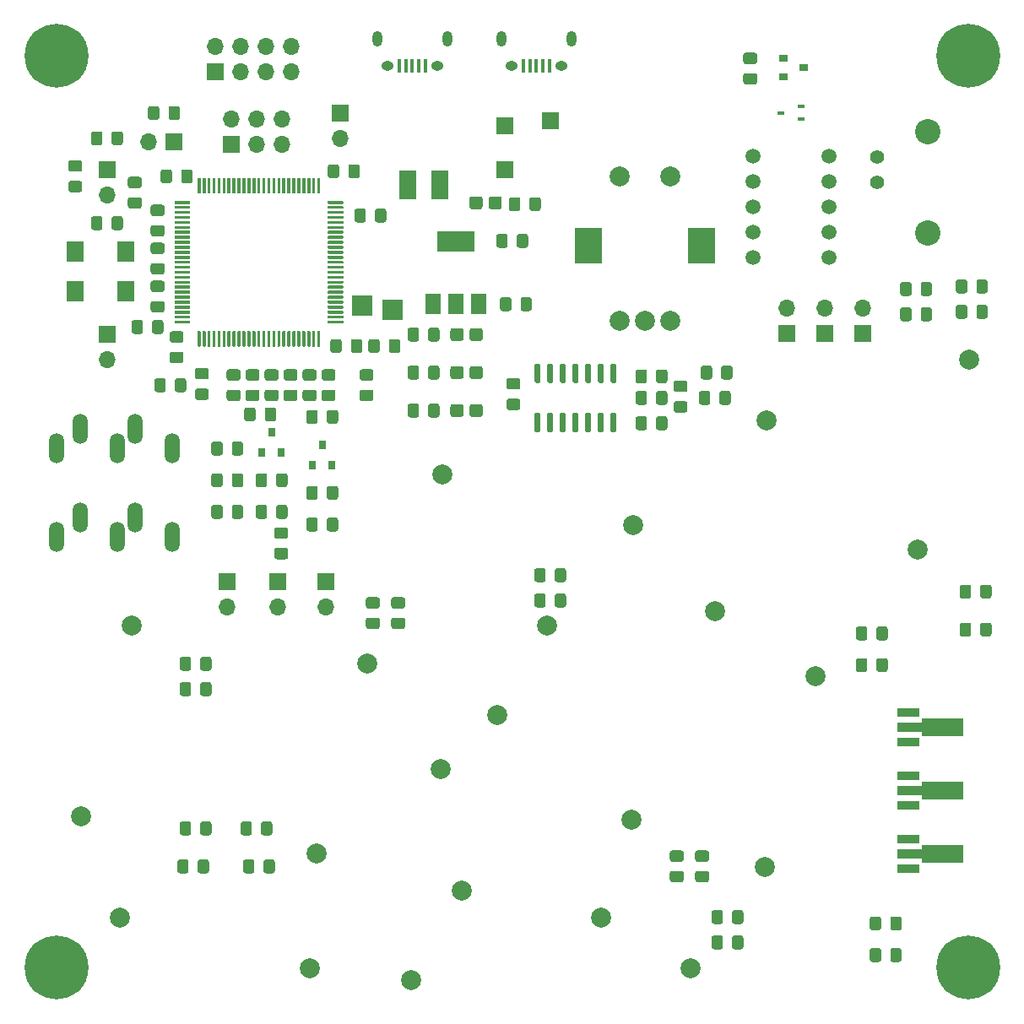
<source format=gts>
G04 #@! TF.GenerationSoftware,KiCad,Pcbnew,(5.1.10)-1*
G04 #@! TF.CreationDate,2021-10-14T22:16:21+02:00*
G04 #@! TF.ProjectId,H7RTX-V2,48375254-582d-4563-922e-6b696361645f,rev?*
G04 #@! TF.SameCoordinates,Original*
G04 #@! TF.FileFunction,Soldermask,Top*
G04 #@! TF.FilePolarity,Negative*
%FSLAX46Y46*%
G04 Gerber Fmt 4.6, Leading zero omitted, Abs format (unit mm)*
G04 Created by KiCad (PCBNEW (5.1.10)-1) date 2021-10-14 22:16:21*
%MOMM*%
%LPD*%
G01*
G04 APERTURE LIST*
%ADD10C,2.000000*%
%ADD11R,2.800000X3.600000*%
%ADD12O,1.700000X1.700000*%
%ADD13R,1.700000X1.700000*%
%ADD14R,2.000000X2.000000*%
%ADD15C,1.498600*%
%ADD16R,1.800000X2.900000*%
%ADD17R,0.700000X0.450000*%
%ADD18C,0.100000*%
%ADD19R,2.300000X0.900000*%
%ADD20O,1.508000X3.016000*%
%ADD21C,1.397000*%
%ADD22C,2.540000*%
%ADD23R,0.800000X0.900000*%
%ADD24R,0.900000X0.800000*%
%ADD25R,1.800000X2.000000*%
%ADD26R,1.500000X2.000000*%
%ADD27R,3.800000X2.000000*%
%ADD28O,1.000000X1.550000*%
%ADD29O,1.250000X0.950000*%
%ADD30R,0.400000X1.350000*%
%ADD31C,0.800000*%
%ADD32C,6.400000*%
G04 APERTURE END LIST*
D10*
X206286000Y-78756000D03*
X203786000Y-78756000D03*
X201286000Y-78756000D03*
X206286000Y-64256000D03*
X201286000Y-64256000D03*
D11*
X209486000Y-71256000D03*
X198086000Y-71256000D03*
D12*
X154017000Y-60842000D03*
D13*
X156557000Y-60842000D03*
G36*
G01*
X158916000Y-65946000D02*
X158916000Y-64496000D01*
G75*
G02*
X158991000Y-64421000I75000J0D01*
G01*
X159141000Y-64421000D01*
G75*
G02*
X159216000Y-64496000I0J-75000D01*
G01*
X159216000Y-65946000D01*
G75*
G02*
X159141000Y-66021000I-75000J0D01*
G01*
X158991000Y-66021000D01*
G75*
G02*
X158916000Y-65946000I0J75000D01*
G01*
G37*
G36*
G01*
X159416000Y-65946000D02*
X159416000Y-64496000D01*
G75*
G02*
X159491000Y-64421000I75000J0D01*
G01*
X159641000Y-64421000D01*
G75*
G02*
X159716000Y-64496000I0J-75000D01*
G01*
X159716000Y-65946000D01*
G75*
G02*
X159641000Y-66021000I-75000J0D01*
G01*
X159491000Y-66021000D01*
G75*
G02*
X159416000Y-65946000I0J75000D01*
G01*
G37*
G36*
G01*
X159916000Y-65946000D02*
X159916000Y-64496000D01*
G75*
G02*
X159991000Y-64421000I75000J0D01*
G01*
X160141000Y-64421000D01*
G75*
G02*
X160216000Y-64496000I0J-75000D01*
G01*
X160216000Y-65946000D01*
G75*
G02*
X160141000Y-66021000I-75000J0D01*
G01*
X159991000Y-66021000D01*
G75*
G02*
X159916000Y-65946000I0J75000D01*
G01*
G37*
G36*
G01*
X160416000Y-65946000D02*
X160416000Y-64496000D01*
G75*
G02*
X160491000Y-64421000I75000J0D01*
G01*
X160641000Y-64421000D01*
G75*
G02*
X160716000Y-64496000I0J-75000D01*
G01*
X160716000Y-65946000D01*
G75*
G02*
X160641000Y-66021000I-75000J0D01*
G01*
X160491000Y-66021000D01*
G75*
G02*
X160416000Y-65946000I0J75000D01*
G01*
G37*
G36*
G01*
X160916000Y-65946000D02*
X160916000Y-64496000D01*
G75*
G02*
X160991000Y-64421000I75000J0D01*
G01*
X161141000Y-64421000D01*
G75*
G02*
X161216000Y-64496000I0J-75000D01*
G01*
X161216000Y-65946000D01*
G75*
G02*
X161141000Y-66021000I-75000J0D01*
G01*
X160991000Y-66021000D01*
G75*
G02*
X160916000Y-65946000I0J75000D01*
G01*
G37*
G36*
G01*
X161416000Y-65946000D02*
X161416000Y-64496000D01*
G75*
G02*
X161491000Y-64421000I75000J0D01*
G01*
X161641000Y-64421000D01*
G75*
G02*
X161716000Y-64496000I0J-75000D01*
G01*
X161716000Y-65946000D01*
G75*
G02*
X161641000Y-66021000I-75000J0D01*
G01*
X161491000Y-66021000D01*
G75*
G02*
X161416000Y-65946000I0J75000D01*
G01*
G37*
G36*
G01*
X161916000Y-65946000D02*
X161916000Y-64496000D01*
G75*
G02*
X161991000Y-64421000I75000J0D01*
G01*
X162141000Y-64421000D01*
G75*
G02*
X162216000Y-64496000I0J-75000D01*
G01*
X162216000Y-65946000D01*
G75*
G02*
X162141000Y-66021000I-75000J0D01*
G01*
X161991000Y-66021000D01*
G75*
G02*
X161916000Y-65946000I0J75000D01*
G01*
G37*
G36*
G01*
X162416000Y-65946000D02*
X162416000Y-64496000D01*
G75*
G02*
X162491000Y-64421000I75000J0D01*
G01*
X162641000Y-64421000D01*
G75*
G02*
X162716000Y-64496000I0J-75000D01*
G01*
X162716000Y-65946000D01*
G75*
G02*
X162641000Y-66021000I-75000J0D01*
G01*
X162491000Y-66021000D01*
G75*
G02*
X162416000Y-65946000I0J75000D01*
G01*
G37*
G36*
G01*
X162916000Y-65946000D02*
X162916000Y-64496000D01*
G75*
G02*
X162991000Y-64421000I75000J0D01*
G01*
X163141000Y-64421000D01*
G75*
G02*
X163216000Y-64496000I0J-75000D01*
G01*
X163216000Y-65946000D01*
G75*
G02*
X163141000Y-66021000I-75000J0D01*
G01*
X162991000Y-66021000D01*
G75*
G02*
X162916000Y-65946000I0J75000D01*
G01*
G37*
G36*
G01*
X163416000Y-65946000D02*
X163416000Y-64496000D01*
G75*
G02*
X163491000Y-64421000I75000J0D01*
G01*
X163641000Y-64421000D01*
G75*
G02*
X163716000Y-64496000I0J-75000D01*
G01*
X163716000Y-65946000D01*
G75*
G02*
X163641000Y-66021000I-75000J0D01*
G01*
X163491000Y-66021000D01*
G75*
G02*
X163416000Y-65946000I0J75000D01*
G01*
G37*
G36*
G01*
X163916000Y-65946000D02*
X163916000Y-64496000D01*
G75*
G02*
X163991000Y-64421000I75000J0D01*
G01*
X164141000Y-64421000D01*
G75*
G02*
X164216000Y-64496000I0J-75000D01*
G01*
X164216000Y-65946000D01*
G75*
G02*
X164141000Y-66021000I-75000J0D01*
G01*
X163991000Y-66021000D01*
G75*
G02*
X163916000Y-65946000I0J75000D01*
G01*
G37*
G36*
G01*
X164416000Y-65946000D02*
X164416000Y-64496000D01*
G75*
G02*
X164491000Y-64421000I75000J0D01*
G01*
X164641000Y-64421000D01*
G75*
G02*
X164716000Y-64496000I0J-75000D01*
G01*
X164716000Y-65946000D01*
G75*
G02*
X164641000Y-66021000I-75000J0D01*
G01*
X164491000Y-66021000D01*
G75*
G02*
X164416000Y-65946000I0J75000D01*
G01*
G37*
G36*
G01*
X164916000Y-65946000D02*
X164916000Y-64496000D01*
G75*
G02*
X164991000Y-64421000I75000J0D01*
G01*
X165141000Y-64421000D01*
G75*
G02*
X165216000Y-64496000I0J-75000D01*
G01*
X165216000Y-65946000D01*
G75*
G02*
X165141000Y-66021000I-75000J0D01*
G01*
X164991000Y-66021000D01*
G75*
G02*
X164916000Y-65946000I0J75000D01*
G01*
G37*
G36*
G01*
X165416000Y-65946000D02*
X165416000Y-64496000D01*
G75*
G02*
X165491000Y-64421000I75000J0D01*
G01*
X165641000Y-64421000D01*
G75*
G02*
X165716000Y-64496000I0J-75000D01*
G01*
X165716000Y-65946000D01*
G75*
G02*
X165641000Y-66021000I-75000J0D01*
G01*
X165491000Y-66021000D01*
G75*
G02*
X165416000Y-65946000I0J75000D01*
G01*
G37*
G36*
G01*
X165916000Y-65946000D02*
X165916000Y-64496000D01*
G75*
G02*
X165991000Y-64421000I75000J0D01*
G01*
X166141000Y-64421000D01*
G75*
G02*
X166216000Y-64496000I0J-75000D01*
G01*
X166216000Y-65946000D01*
G75*
G02*
X166141000Y-66021000I-75000J0D01*
G01*
X165991000Y-66021000D01*
G75*
G02*
X165916000Y-65946000I0J75000D01*
G01*
G37*
G36*
G01*
X166416000Y-65946000D02*
X166416000Y-64496000D01*
G75*
G02*
X166491000Y-64421000I75000J0D01*
G01*
X166641000Y-64421000D01*
G75*
G02*
X166716000Y-64496000I0J-75000D01*
G01*
X166716000Y-65946000D01*
G75*
G02*
X166641000Y-66021000I-75000J0D01*
G01*
X166491000Y-66021000D01*
G75*
G02*
X166416000Y-65946000I0J75000D01*
G01*
G37*
G36*
G01*
X166916000Y-65946000D02*
X166916000Y-64496000D01*
G75*
G02*
X166991000Y-64421000I75000J0D01*
G01*
X167141000Y-64421000D01*
G75*
G02*
X167216000Y-64496000I0J-75000D01*
G01*
X167216000Y-65946000D01*
G75*
G02*
X167141000Y-66021000I-75000J0D01*
G01*
X166991000Y-66021000D01*
G75*
G02*
X166916000Y-65946000I0J75000D01*
G01*
G37*
G36*
G01*
X167416000Y-65946000D02*
X167416000Y-64496000D01*
G75*
G02*
X167491000Y-64421000I75000J0D01*
G01*
X167641000Y-64421000D01*
G75*
G02*
X167716000Y-64496000I0J-75000D01*
G01*
X167716000Y-65946000D01*
G75*
G02*
X167641000Y-66021000I-75000J0D01*
G01*
X167491000Y-66021000D01*
G75*
G02*
X167416000Y-65946000I0J75000D01*
G01*
G37*
G36*
G01*
X167916000Y-65946000D02*
X167916000Y-64496000D01*
G75*
G02*
X167991000Y-64421000I75000J0D01*
G01*
X168141000Y-64421000D01*
G75*
G02*
X168216000Y-64496000I0J-75000D01*
G01*
X168216000Y-65946000D01*
G75*
G02*
X168141000Y-66021000I-75000J0D01*
G01*
X167991000Y-66021000D01*
G75*
G02*
X167916000Y-65946000I0J75000D01*
G01*
G37*
G36*
G01*
X168416000Y-65946000D02*
X168416000Y-64496000D01*
G75*
G02*
X168491000Y-64421000I75000J0D01*
G01*
X168641000Y-64421000D01*
G75*
G02*
X168716000Y-64496000I0J-75000D01*
G01*
X168716000Y-65946000D01*
G75*
G02*
X168641000Y-66021000I-75000J0D01*
G01*
X168491000Y-66021000D01*
G75*
G02*
X168416000Y-65946000I0J75000D01*
G01*
G37*
G36*
G01*
X168916000Y-65946000D02*
X168916000Y-64496000D01*
G75*
G02*
X168991000Y-64421000I75000J0D01*
G01*
X169141000Y-64421000D01*
G75*
G02*
X169216000Y-64496000I0J-75000D01*
G01*
X169216000Y-65946000D01*
G75*
G02*
X169141000Y-66021000I-75000J0D01*
G01*
X168991000Y-66021000D01*
G75*
G02*
X168916000Y-65946000I0J75000D01*
G01*
G37*
G36*
G01*
X169416000Y-65946000D02*
X169416000Y-64496000D01*
G75*
G02*
X169491000Y-64421000I75000J0D01*
G01*
X169641000Y-64421000D01*
G75*
G02*
X169716000Y-64496000I0J-75000D01*
G01*
X169716000Y-65946000D01*
G75*
G02*
X169641000Y-66021000I-75000J0D01*
G01*
X169491000Y-66021000D01*
G75*
G02*
X169416000Y-65946000I0J75000D01*
G01*
G37*
G36*
G01*
X169916000Y-65946000D02*
X169916000Y-64496000D01*
G75*
G02*
X169991000Y-64421000I75000J0D01*
G01*
X170141000Y-64421000D01*
G75*
G02*
X170216000Y-64496000I0J-75000D01*
G01*
X170216000Y-65946000D01*
G75*
G02*
X170141000Y-66021000I-75000J0D01*
G01*
X169991000Y-66021000D01*
G75*
G02*
X169916000Y-65946000I0J75000D01*
G01*
G37*
G36*
G01*
X170416000Y-65946000D02*
X170416000Y-64496000D01*
G75*
G02*
X170491000Y-64421000I75000J0D01*
G01*
X170641000Y-64421000D01*
G75*
G02*
X170716000Y-64496000I0J-75000D01*
G01*
X170716000Y-65946000D01*
G75*
G02*
X170641000Y-66021000I-75000J0D01*
G01*
X170491000Y-66021000D01*
G75*
G02*
X170416000Y-65946000I0J75000D01*
G01*
G37*
G36*
G01*
X170916000Y-65946000D02*
X170916000Y-64496000D01*
G75*
G02*
X170991000Y-64421000I75000J0D01*
G01*
X171141000Y-64421000D01*
G75*
G02*
X171216000Y-64496000I0J-75000D01*
G01*
X171216000Y-65946000D01*
G75*
G02*
X171141000Y-66021000I-75000J0D01*
G01*
X170991000Y-66021000D01*
G75*
G02*
X170916000Y-65946000I0J75000D01*
G01*
G37*
G36*
G01*
X171941000Y-66971000D02*
X171941000Y-66821000D01*
G75*
G02*
X172016000Y-66746000I75000J0D01*
G01*
X173466000Y-66746000D01*
G75*
G02*
X173541000Y-66821000I0J-75000D01*
G01*
X173541000Y-66971000D01*
G75*
G02*
X173466000Y-67046000I-75000J0D01*
G01*
X172016000Y-67046000D01*
G75*
G02*
X171941000Y-66971000I0J75000D01*
G01*
G37*
G36*
G01*
X171941000Y-67471000D02*
X171941000Y-67321000D01*
G75*
G02*
X172016000Y-67246000I75000J0D01*
G01*
X173466000Y-67246000D01*
G75*
G02*
X173541000Y-67321000I0J-75000D01*
G01*
X173541000Y-67471000D01*
G75*
G02*
X173466000Y-67546000I-75000J0D01*
G01*
X172016000Y-67546000D01*
G75*
G02*
X171941000Y-67471000I0J75000D01*
G01*
G37*
G36*
G01*
X171941000Y-67971000D02*
X171941000Y-67821000D01*
G75*
G02*
X172016000Y-67746000I75000J0D01*
G01*
X173466000Y-67746000D01*
G75*
G02*
X173541000Y-67821000I0J-75000D01*
G01*
X173541000Y-67971000D01*
G75*
G02*
X173466000Y-68046000I-75000J0D01*
G01*
X172016000Y-68046000D01*
G75*
G02*
X171941000Y-67971000I0J75000D01*
G01*
G37*
G36*
G01*
X171941000Y-68471000D02*
X171941000Y-68321000D01*
G75*
G02*
X172016000Y-68246000I75000J0D01*
G01*
X173466000Y-68246000D01*
G75*
G02*
X173541000Y-68321000I0J-75000D01*
G01*
X173541000Y-68471000D01*
G75*
G02*
X173466000Y-68546000I-75000J0D01*
G01*
X172016000Y-68546000D01*
G75*
G02*
X171941000Y-68471000I0J75000D01*
G01*
G37*
G36*
G01*
X171941000Y-68971000D02*
X171941000Y-68821000D01*
G75*
G02*
X172016000Y-68746000I75000J0D01*
G01*
X173466000Y-68746000D01*
G75*
G02*
X173541000Y-68821000I0J-75000D01*
G01*
X173541000Y-68971000D01*
G75*
G02*
X173466000Y-69046000I-75000J0D01*
G01*
X172016000Y-69046000D01*
G75*
G02*
X171941000Y-68971000I0J75000D01*
G01*
G37*
G36*
G01*
X171941000Y-69471000D02*
X171941000Y-69321000D01*
G75*
G02*
X172016000Y-69246000I75000J0D01*
G01*
X173466000Y-69246000D01*
G75*
G02*
X173541000Y-69321000I0J-75000D01*
G01*
X173541000Y-69471000D01*
G75*
G02*
X173466000Y-69546000I-75000J0D01*
G01*
X172016000Y-69546000D01*
G75*
G02*
X171941000Y-69471000I0J75000D01*
G01*
G37*
G36*
G01*
X171941000Y-69971000D02*
X171941000Y-69821000D01*
G75*
G02*
X172016000Y-69746000I75000J0D01*
G01*
X173466000Y-69746000D01*
G75*
G02*
X173541000Y-69821000I0J-75000D01*
G01*
X173541000Y-69971000D01*
G75*
G02*
X173466000Y-70046000I-75000J0D01*
G01*
X172016000Y-70046000D01*
G75*
G02*
X171941000Y-69971000I0J75000D01*
G01*
G37*
G36*
G01*
X171941000Y-70471000D02*
X171941000Y-70321000D01*
G75*
G02*
X172016000Y-70246000I75000J0D01*
G01*
X173466000Y-70246000D01*
G75*
G02*
X173541000Y-70321000I0J-75000D01*
G01*
X173541000Y-70471000D01*
G75*
G02*
X173466000Y-70546000I-75000J0D01*
G01*
X172016000Y-70546000D01*
G75*
G02*
X171941000Y-70471000I0J75000D01*
G01*
G37*
G36*
G01*
X171941000Y-70971000D02*
X171941000Y-70821000D01*
G75*
G02*
X172016000Y-70746000I75000J0D01*
G01*
X173466000Y-70746000D01*
G75*
G02*
X173541000Y-70821000I0J-75000D01*
G01*
X173541000Y-70971000D01*
G75*
G02*
X173466000Y-71046000I-75000J0D01*
G01*
X172016000Y-71046000D01*
G75*
G02*
X171941000Y-70971000I0J75000D01*
G01*
G37*
G36*
G01*
X171941000Y-71471000D02*
X171941000Y-71321000D01*
G75*
G02*
X172016000Y-71246000I75000J0D01*
G01*
X173466000Y-71246000D01*
G75*
G02*
X173541000Y-71321000I0J-75000D01*
G01*
X173541000Y-71471000D01*
G75*
G02*
X173466000Y-71546000I-75000J0D01*
G01*
X172016000Y-71546000D01*
G75*
G02*
X171941000Y-71471000I0J75000D01*
G01*
G37*
G36*
G01*
X171941000Y-71971000D02*
X171941000Y-71821000D01*
G75*
G02*
X172016000Y-71746000I75000J0D01*
G01*
X173466000Y-71746000D01*
G75*
G02*
X173541000Y-71821000I0J-75000D01*
G01*
X173541000Y-71971000D01*
G75*
G02*
X173466000Y-72046000I-75000J0D01*
G01*
X172016000Y-72046000D01*
G75*
G02*
X171941000Y-71971000I0J75000D01*
G01*
G37*
G36*
G01*
X171941000Y-72471000D02*
X171941000Y-72321000D01*
G75*
G02*
X172016000Y-72246000I75000J0D01*
G01*
X173466000Y-72246000D01*
G75*
G02*
X173541000Y-72321000I0J-75000D01*
G01*
X173541000Y-72471000D01*
G75*
G02*
X173466000Y-72546000I-75000J0D01*
G01*
X172016000Y-72546000D01*
G75*
G02*
X171941000Y-72471000I0J75000D01*
G01*
G37*
G36*
G01*
X171941000Y-72971000D02*
X171941000Y-72821000D01*
G75*
G02*
X172016000Y-72746000I75000J0D01*
G01*
X173466000Y-72746000D01*
G75*
G02*
X173541000Y-72821000I0J-75000D01*
G01*
X173541000Y-72971000D01*
G75*
G02*
X173466000Y-73046000I-75000J0D01*
G01*
X172016000Y-73046000D01*
G75*
G02*
X171941000Y-72971000I0J75000D01*
G01*
G37*
G36*
G01*
X171941000Y-73471000D02*
X171941000Y-73321000D01*
G75*
G02*
X172016000Y-73246000I75000J0D01*
G01*
X173466000Y-73246000D01*
G75*
G02*
X173541000Y-73321000I0J-75000D01*
G01*
X173541000Y-73471000D01*
G75*
G02*
X173466000Y-73546000I-75000J0D01*
G01*
X172016000Y-73546000D01*
G75*
G02*
X171941000Y-73471000I0J75000D01*
G01*
G37*
G36*
G01*
X171941000Y-73971000D02*
X171941000Y-73821000D01*
G75*
G02*
X172016000Y-73746000I75000J0D01*
G01*
X173466000Y-73746000D01*
G75*
G02*
X173541000Y-73821000I0J-75000D01*
G01*
X173541000Y-73971000D01*
G75*
G02*
X173466000Y-74046000I-75000J0D01*
G01*
X172016000Y-74046000D01*
G75*
G02*
X171941000Y-73971000I0J75000D01*
G01*
G37*
G36*
G01*
X171941000Y-74471000D02*
X171941000Y-74321000D01*
G75*
G02*
X172016000Y-74246000I75000J0D01*
G01*
X173466000Y-74246000D01*
G75*
G02*
X173541000Y-74321000I0J-75000D01*
G01*
X173541000Y-74471000D01*
G75*
G02*
X173466000Y-74546000I-75000J0D01*
G01*
X172016000Y-74546000D01*
G75*
G02*
X171941000Y-74471000I0J75000D01*
G01*
G37*
G36*
G01*
X171941000Y-74971000D02*
X171941000Y-74821000D01*
G75*
G02*
X172016000Y-74746000I75000J0D01*
G01*
X173466000Y-74746000D01*
G75*
G02*
X173541000Y-74821000I0J-75000D01*
G01*
X173541000Y-74971000D01*
G75*
G02*
X173466000Y-75046000I-75000J0D01*
G01*
X172016000Y-75046000D01*
G75*
G02*
X171941000Y-74971000I0J75000D01*
G01*
G37*
G36*
G01*
X171941000Y-75471000D02*
X171941000Y-75321000D01*
G75*
G02*
X172016000Y-75246000I75000J0D01*
G01*
X173466000Y-75246000D01*
G75*
G02*
X173541000Y-75321000I0J-75000D01*
G01*
X173541000Y-75471000D01*
G75*
G02*
X173466000Y-75546000I-75000J0D01*
G01*
X172016000Y-75546000D01*
G75*
G02*
X171941000Y-75471000I0J75000D01*
G01*
G37*
G36*
G01*
X171941000Y-75971000D02*
X171941000Y-75821000D01*
G75*
G02*
X172016000Y-75746000I75000J0D01*
G01*
X173466000Y-75746000D01*
G75*
G02*
X173541000Y-75821000I0J-75000D01*
G01*
X173541000Y-75971000D01*
G75*
G02*
X173466000Y-76046000I-75000J0D01*
G01*
X172016000Y-76046000D01*
G75*
G02*
X171941000Y-75971000I0J75000D01*
G01*
G37*
G36*
G01*
X171941000Y-76471000D02*
X171941000Y-76321000D01*
G75*
G02*
X172016000Y-76246000I75000J0D01*
G01*
X173466000Y-76246000D01*
G75*
G02*
X173541000Y-76321000I0J-75000D01*
G01*
X173541000Y-76471000D01*
G75*
G02*
X173466000Y-76546000I-75000J0D01*
G01*
X172016000Y-76546000D01*
G75*
G02*
X171941000Y-76471000I0J75000D01*
G01*
G37*
G36*
G01*
X171941000Y-76971000D02*
X171941000Y-76821000D01*
G75*
G02*
X172016000Y-76746000I75000J0D01*
G01*
X173466000Y-76746000D01*
G75*
G02*
X173541000Y-76821000I0J-75000D01*
G01*
X173541000Y-76971000D01*
G75*
G02*
X173466000Y-77046000I-75000J0D01*
G01*
X172016000Y-77046000D01*
G75*
G02*
X171941000Y-76971000I0J75000D01*
G01*
G37*
G36*
G01*
X171941000Y-77471000D02*
X171941000Y-77321000D01*
G75*
G02*
X172016000Y-77246000I75000J0D01*
G01*
X173466000Y-77246000D01*
G75*
G02*
X173541000Y-77321000I0J-75000D01*
G01*
X173541000Y-77471000D01*
G75*
G02*
X173466000Y-77546000I-75000J0D01*
G01*
X172016000Y-77546000D01*
G75*
G02*
X171941000Y-77471000I0J75000D01*
G01*
G37*
G36*
G01*
X171941000Y-77971000D02*
X171941000Y-77821000D01*
G75*
G02*
X172016000Y-77746000I75000J0D01*
G01*
X173466000Y-77746000D01*
G75*
G02*
X173541000Y-77821000I0J-75000D01*
G01*
X173541000Y-77971000D01*
G75*
G02*
X173466000Y-78046000I-75000J0D01*
G01*
X172016000Y-78046000D01*
G75*
G02*
X171941000Y-77971000I0J75000D01*
G01*
G37*
G36*
G01*
X171941000Y-78471000D02*
X171941000Y-78321000D01*
G75*
G02*
X172016000Y-78246000I75000J0D01*
G01*
X173466000Y-78246000D01*
G75*
G02*
X173541000Y-78321000I0J-75000D01*
G01*
X173541000Y-78471000D01*
G75*
G02*
X173466000Y-78546000I-75000J0D01*
G01*
X172016000Y-78546000D01*
G75*
G02*
X171941000Y-78471000I0J75000D01*
G01*
G37*
G36*
G01*
X171941000Y-78971000D02*
X171941000Y-78821000D01*
G75*
G02*
X172016000Y-78746000I75000J0D01*
G01*
X173466000Y-78746000D01*
G75*
G02*
X173541000Y-78821000I0J-75000D01*
G01*
X173541000Y-78971000D01*
G75*
G02*
X173466000Y-79046000I-75000J0D01*
G01*
X172016000Y-79046000D01*
G75*
G02*
X171941000Y-78971000I0J75000D01*
G01*
G37*
G36*
G01*
X170916000Y-81296000D02*
X170916000Y-79846000D01*
G75*
G02*
X170991000Y-79771000I75000J0D01*
G01*
X171141000Y-79771000D01*
G75*
G02*
X171216000Y-79846000I0J-75000D01*
G01*
X171216000Y-81296000D01*
G75*
G02*
X171141000Y-81371000I-75000J0D01*
G01*
X170991000Y-81371000D01*
G75*
G02*
X170916000Y-81296000I0J75000D01*
G01*
G37*
G36*
G01*
X170416000Y-81296000D02*
X170416000Y-79846000D01*
G75*
G02*
X170491000Y-79771000I75000J0D01*
G01*
X170641000Y-79771000D01*
G75*
G02*
X170716000Y-79846000I0J-75000D01*
G01*
X170716000Y-81296000D01*
G75*
G02*
X170641000Y-81371000I-75000J0D01*
G01*
X170491000Y-81371000D01*
G75*
G02*
X170416000Y-81296000I0J75000D01*
G01*
G37*
G36*
G01*
X169916000Y-81296000D02*
X169916000Y-79846000D01*
G75*
G02*
X169991000Y-79771000I75000J0D01*
G01*
X170141000Y-79771000D01*
G75*
G02*
X170216000Y-79846000I0J-75000D01*
G01*
X170216000Y-81296000D01*
G75*
G02*
X170141000Y-81371000I-75000J0D01*
G01*
X169991000Y-81371000D01*
G75*
G02*
X169916000Y-81296000I0J75000D01*
G01*
G37*
G36*
G01*
X169416000Y-81296000D02*
X169416000Y-79846000D01*
G75*
G02*
X169491000Y-79771000I75000J0D01*
G01*
X169641000Y-79771000D01*
G75*
G02*
X169716000Y-79846000I0J-75000D01*
G01*
X169716000Y-81296000D01*
G75*
G02*
X169641000Y-81371000I-75000J0D01*
G01*
X169491000Y-81371000D01*
G75*
G02*
X169416000Y-81296000I0J75000D01*
G01*
G37*
G36*
G01*
X168916000Y-81296000D02*
X168916000Y-79846000D01*
G75*
G02*
X168991000Y-79771000I75000J0D01*
G01*
X169141000Y-79771000D01*
G75*
G02*
X169216000Y-79846000I0J-75000D01*
G01*
X169216000Y-81296000D01*
G75*
G02*
X169141000Y-81371000I-75000J0D01*
G01*
X168991000Y-81371000D01*
G75*
G02*
X168916000Y-81296000I0J75000D01*
G01*
G37*
G36*
G01*
X168416000Y-81296000D02*
X168416000Y-79846000D01*
G75*
G02*
X168491000Y-79771000I75000J0D01*
G01*
X168641000Y-79771000D01*
G75*
G02*
X168716000Y-79846000I0J-75000D01*
G01*
X168716000Y-81296000D01*
G75*
G02*
X168641000Y-81371000I-75000J0D01*
G01*
X168491000Y-81371000D01*
G75*
G02*
X168416000Y-81296000I0J75000D01*
G01*
G37*
G36*
G01*
X167916000Y-81296000D02*
X167916000Y-79846000D01*
G75*
G02*
X167991000Y-79771000I75000J0D01*
G01*
X168141000Y-79771000D01*
G75*
G02*
X168216000Y-79846000I0J-75000D01*
G01*
X168216000Y-81296000D01*
G75*
G02*
X168141000Y-81371000I-75000J0D01*
G01*
X167991000Y-81371000D01*
G75*
G02*
X167916000Y-81296000I0J75000D01*
G01*
G37*
G36*
G01*
X167416000Y-81296000D02*
X167416000Y-79846000D01*
G75*
G02*
X167491000Y-79771000I75000J0D01*
G01*
X167641000Y-79771000D01*
G75*
G02*
X167716000Y-79846000I0J-75000D01*
G01*
X167716000Y-81296000D01*
G75*
G02*
X167641000Y-81371000I-75000J0D01*
G01*
X167491000Y-81371000D01*
G75*
G02*
X167416000Y-81296000I0J75000D01*
G01*
G37*
G36*
G01*
X166916000Y-81296000D02*
X166916000Y-79846000D01*
G75*
G02*
X166991000Y-79771000I75000J0D01*
G01*
X167141000Y-79771000D01*
G75*
G02*
X167216000Y-79846000I0J-75000D01*
G01*
X167216000Y-81296000D01*
G75*
G02*
X167141000Y-81371000I-75000J0D01*
G01*
X166991000Y-81371000D01*
G75*
G02*
X166916000Y-81296000I0J75000D01*
G01*
G37*
G36*
G01*
X166416000Y-81296000D02*
X166416000Y-79846000D01*
G75*
G02*
X166491000Y-79771000I75000J0D01*
G01*
X166641000Y-79771000D01*
G75*
G02*
X166716000Y-79846000I0J-75000D01*
G01*
X166716000Y-81296000D01*
G75*
G02*
X166641000Y-81371000I-75000J0D01*
G01*
X166491000Y-81371000D01*
G75*
G02*
X166416000Y-81296000I0J75000D01*
G01*
G37*
G36*
G01*
X165916000Y-81296000D02*
X165916000Y-79846000D01*
G75*
G02*
X165991000Y-79771000I75000J0D01*
G01*
X166141000Y-79771000D01*
G75*
G02*
X166216000Y-79846000I0J-75000D01*
G01*
X166216000Y-81296000D01*
G75*
G02*
X166141000Y-81371000I-75000J0D01*
G01*
X165991000Y-81371000D01*
G75*
G02*
X165916000Y-81296000I0J75000D01*
G01*
G37*
G36*
G01*
X165416000Y-81296000D02*
X165416000Y-79846000D01*
G75*
G02*
X165491000Y-79771000I75000J0D01*
G01*
X165641000Y-79771000D01*
G75*
G02*
X165716000Y-79846000I0J-75000D01*
G01*
X165716000Y-81296000D01*
G75*
G02*
X165641000Y-81371000I-75000J0D01*
G01*
X165491000Y-81371000D01*
G75*
G02*
X165416000Y-81296000I0J75000D01*
G01*
G37*
G36*
G01*
X164916000Y-81296000D02*
X164916000Y-79846000D01*
G75*
G02*
X164991000Y-79771000I75000J0D01*
G01*
X165141000Y-79771000D01*
G75*
G02*
X165216000Y-79846000I0J-75000D01*
G01*
X165216000Y-81296000D01*
G75*
G02*
X165141000Y-81371000I-75000J0D01*
G01*
X164991000Y-81371000D01*
G75*
G02*
X164916000Y-81296000I0J75000D01*
G01*
G37*
G36*
G01*
X164416000Y-81296000D02*
X164416000Y-79846000D01*
G75*
G02*
X164491000Y-79771000I75000J0D01*
G01*
X164641000Y-79771000D01*
G75*
G02*
X164716000Y-79846000I0J-75000D01*
G01*
X164716000Y-81296000D01*
G75*
G02*
X164641000Y-81371000I-75000J0D01*
G01*
X164491000Y-81371000D01*
G75*
G02*
X164416000Y-81296000I0J75000D01*
G01*
G37*
G36*
G01*
X163916000Y-81296000D02*
X163916000Y-79846000D01*
G75*
G02*
X163991000Y-79771000I75000J0D01*
G01*
X164141000Y-79771000D01*
G75*
G02*
X164216000Y-79846000I0J-75000D01*
G01*
X164216000Y-81296000D01*
G75*
G02*
X164141000Y-81371000I-75000J0D01*
G01*
X163991000Y-81371000D01*
G75*
G02*
X163916000Y-81296000I0J75000D01*
G01*
G37*
G36*
G01*
X163416000Y-81296000D02*
X163416000Y-79846000D01*
G75*
G02*
X163491000Y-79771000I75000J0D01*
G01*
X163641000Y-79771000D01*
G75*
G02*
X163716000Y-79846000I0J-75000D01*
G01*
X163716000Y-81296000D01*
G75*
G02*
X163641000Y-81371000I-75000J0D01*
G01*
X163491000Y-81371000D01*
G75*
G02*
X163416000Y-81296000I0J75000D01*
G01*
G37*
G36*
G01*
X162916000Y-81296000D02*
X162916000Y-79846000D01*
G75*
G02*
X162991000Y-79771000I75000J0D01*
G01*
X163141000Y-79771000D01*
G75*
G02*
X163216000Y-79846000I0J-75000D01*
G01*
X163216000Y-81296000D01*
G75*
G02*
X163141000Y-81371000I-75000J0D01*
G01*
X162991000Y-81371000D01*
G75*
G02*
X162916000Y-81296000I0J75000D01*
G01*
G37*
G36*
G01*
X162416000Y-81296000D02*
X162416000Y-79846000D01*
G75*
G02*
X162491000Y-79771000I75000J0D01*
G01*
X162641000Y-79771000D01*
G75*
G02*
X162716000Y-79846000I0J-75000D01*
G01*
X162716000Y-81296000D01*
G75*
G02*
X162641000Y-81371000I-75000J0D01*
G01*
X162491000Y-81371000D01*
G75*
G02*
X162416000Y-81296000I0J75000D01*
G01*
G37*
G36*
G01*
X161916000Y-81296000D02*
X161916000Y-79846000D01*
G75*
G02*
X161991000Y-79771000I75000J0D01*
G01*
X162141000Y-79771000D01*
G75*
G02*
X162216000Y-79846000I0J-75000D01*
G01*
X162216000Y-81296000D01*
G75*
G02*
X162141000Y-81371000I-75000J0D01*
G01*
X161991000Y-81371000D01*
G75*
G02*
X161916000Y-81296000I0J75000D01*
G01*
G37*
G36*
G01*
X161416000Y-81296000D02*
X161416000Y-79846000D01*
G75*
G02*
X161491000Y-79771000I75000J0D01*
G01*
X161641000Y-79771000D01*
G75*
G02*
X161716000Y-79846000I0J-75000D01*
G01*
X161716000Y-81296000D01*
G75*
G02*
X161641000Y-81371000I-75000J0D01*
G01*
X161491000Y-81371000D01*
G75*
G02*
X161416000Y-81296000I0J75000D01*
G01*
G37*
G36*
G01*
X160916000Y-81296000D02*
X160916000Y-79846000D01*
G75*
G02*
X160991000Y-79771000I75000J0D01*
G01*
X161141000Y-79771000D01*
G75*
G02*
X161216000Y-79846000I0J-75000D01*
G01*
X161216000Y-81296000D01*
G75*
G02*
X161141000Y-81371000I-75000J0D01*
G01*
X160991000Y-81371000D01*
G75*
G02*
X160916000Y-81296000I0J75000D01*
G01*
G37*
G36*
G01*
X160416000Y-81296000D02*
X160416000Y-79846000D01*
G75*
G02*
X160491000Y-79771000I75000J0D01*
G01*
X160641000Y-79771000D01*
G75*
G02*
X160716000Y-79846000I0J-75000D01*
G01*
X160716000Y-81296000D01*
G75*
G02*
X160641000Y-81371000I-75000J0D01*
G01*
X160491000Y-81371000D01*
G75*
G02*
X160416000Y-81296000I0J75000D01*
G01*
G37*
G36*
G01*
X159916000Y-81296000D02*
X159916000Y-79846000D01*
G75*
G02*
X159991000Y-79771000I75000J0D01*
G01*
X160141000Y-79771000D01*
G75*
G02*
X160216000Y-79846000I0J-75000D01*
G01*
X160216000Y-81296000D01*
G75*
G02*
X160141000Y-81371000I-75000J0D01*
G01*
X159991000Y-81371000D01*
G75*
G02*
X159916000Y-81296000I0J75000D01*
G01*
G37*
G36*
G01*
X159416000Y-81296000D02*
X159416000Y-79846000D01*
G75*
G02*
X159491000Y-79771000I75000J0D01*
G01*
X159641000Y-79771000D01*
G75*
G02*
X159716000Y-79846000I0J-75000D01*
G01*
X159716000Y-81296000D01*
G75*
G02*
X159641000Y-81371000I-75000J0D01*
G01*
X159491000Y-81371000D01*
G75*
G02*
X159416000Y-81296000I0J75000D01*
G01*
G37*
G36*
G01*
X158916000Y-81296000D02*
X158916000Y-79846000D01*
G75*
G02*
X158991000Y-79771000I75000J0D01*
G01*
X159141000Y-79771000D01*
G75*
G02*
X159216000Y-79846000I0J-75000D01*
G01*
X159216000Y-81296000D01*
G75*
G02*
X159141000Y-81371000I-75000J0D01*
G01*
X158991000Y-81371000D01*
G75*
G02*
X158916000Y-81296000I0J75000D01*
G01*
G37*
G36*
G01*
X156591000Y-78971000D02*
X156591000Y-78821000D01*
G75*
G02*
X156666000Y-78746000I75000J0D01*
G01*
X158116000Y-78746000D01*
G75*
G02*
X158191000Y-78821000I0J-75000D01*
G01*
X158191000Y-78971000D01*
G75*
G02*
X158116000Y-79046000I-75000J0D01*
G01*
X156666000Y-79046000D01*
G75*
G02*
X156591000Y-78971000I0J75000D01*
G01*
G37*
G36*
G01*
X156591000Y-78471000D02*
X156591000Y-78321000D01*
G75*
G02*
X156666000Y-78246000I75000J0D01*
G01*
X158116000Y-78246000D01*
G75*
G02*
X158191000Y-78321000I0J-75000D01*
G01*
X158191000Y-78471000D01*
G75*
G02*
X158116000Y-78546000I-75000J0D01*
G01*
X156666000Y-78546000D01*
G75*
G02*
X156591000Y-78471000I0J75000D01*
G01*
G37*
G36*
G01*
X156591000Y-77971000D02*
X156591000Y-77821000D01*
G75*
G02*
X156666000Y-77746000I75000J0D01*
G01*
X158116000Y-77746000D01*
G75*
G02*
X158191000Y-77821000I0J-75000D01*
G01*
X158191000Y-77971000D01*
G75*
G02*
X158116000Y-78046000I-75000J0D01*
G01*
X156666000Y-78046000D01*
G75*
G02*
X156591000Y-77971000I0J75000D01*
G01*
G37*
G36*
G01*
X156591000Y-77471000D02*
X156591000Y-77321000D01*
G75*
G02*
X156666000Y-77246000I75000J0D01*
G01*
X158116000Y-77246000D01*
G75*
G02*
X158191000Y-77321000I0J-75000D01*
G01*
X158191000Y-77471000D01*
G75*
G02*
X158116000Y-77546000I-75000J0D01*
G01*
X156666000Y-77546000D01*
G75*
G02*
X156591000Y-77471000I0J75000D01*
G01*
G37*
G36*
G01*
X156591000Y-76971000D02*
X156591000Y-76821000D01*
G75*
G02*
X156666000Y-76746000I75000J0D01*
G01*
X158116000Y-76746000D01*
G75*
G02*
X158191000Y-76821000I0J-75000D01*
G01*
X158191000Y-76971000D01*
G75*
G02*
X158116000Y-77046000I-75000J0D01*
G01*
X156666000Y-77046000D01*
G75*
G02*
X156591000Y-76971000I0J75000D01*
G01*
G37*
G36*
G01*
X156591000Y-76471000D02*
X156591000Y-76321000D01*
G75*
G02*
X156666000Y-76246000I75000J0D01*
G01*
X158116000Y-76246000D01*
G75*
G02*
X158191000Y-76321000I0J-75000D01*
G01*
X158191000Y-76471000D01*
G75*
G02*
X158116000Y-76546000I-75000J0D01*
G01*
X156666000Y-76546000D01*
G75*
G02*
X156591000Y-76471000I0J75000D01*
G01*
G37*
G36*
G01*
X156591000Y-75971000D02*
X156591000Y-75821000D01*
G75*
G02*
X156666000Y-75746000I75000J0D01*
G01*
X158116000Y-75746000D01*
G75*
G02*
X158191000Y-75821000I0J-75000D01*
G01*
X158191000Y-75971000D01*
G75*
G02*
X158116000Y-76046000I-75000J0D01*
G01*
X156666000Y-76046000D01*
G75*
G02*
X156591000Y-75971000I0J75000D01*
G01*
G37*
G36*
G01*
X156591000Y-75471000D02*
X156591000Y-75321000D01*
G75*
G02*
X156666000Y-75246000I75000J0D01*
G01*
X158116000Y-75246000D01*
G75*
G02*
X158191000Y-75321000I0J-75000D01*
G01*
X158191000Y-75471000D01*
G75*
G02*
X158116000Y-75546000I-75000J0D01*
G01*
X156666000Y-75546000D01*
G75*
G02*
X156591000Y-75471000I0J75000D01*
G01*
G37*
G36*
G01*
X156591000Y-74971000D02*
X156591000Y-74821000D01*
G75*
G02*
X156666000Y-74746000I75000J0D01*
G01*
X158116000Y-74746000D01*
G75*
G02*
X158191000Y-74821000I0J-75000D01*
G01*
X158191000Y-74971000D01*
G75*
G02*
X158116000Y-75046000I-75000J0D01*
G01*
X156666000Y-75046000D01*
G75*
G02*
X156591000Y-74971000I0J75000D01*
G01*
G37*
G36*
G01*
X156591000Y-74471000D02*
X156591000Y-74321000D01*
G75*
G02*
X156666000Y-74246000I75000J0D01*
G01*
X158116000Y-74246000D01*
G75*
G02*
X158191000Y-74321000I0J-75000D01*
G01*
X158191000Y-74471000D01*
G75*
G02*
X158116000Y-74546000I-75000J0D01*
G01*
X156666000Y-74546000D01*
G75*
G02*
X156591000Y-74471000I0J75000D01*
G01*
G37*
G36*
G01*
X156591000Y-73971000D02*
X156591000Y-73821000D01*
G75*
G02*
X156666000Y-73746000I75000J0D01*
G01*
X158116000Y-73746000D01*
G75*
G02*
X158191000Y-73821000I0J-75000D01*
G01*
X158191000Y-73971000D01*
G75*
G02*
X158116000Y-74046000I-75000J0D01*
G01*
X156666000Y-74046000D01*
G75*
G02*
X156591000Y-73971000I0J75000D01*
G01*
G37*
G36*
G01*
X156591000Y-73471000D02*
X156591000Y-73321000D01*
G75*
G02*
X156666000Y-73246000I75000J0D01*
G01*
X158116000Y-73246000D01*
G75*
G02*
X158191000Y-73321000I0J-75000D01*
G01*
X158191000Y-73471000D01*
G75*
G02*
X158116000Y-73546000I-75000J0D01*
G01*
X156666000Y-73546000D01*
G75*
G02*
X156591000Y-73471000I0J75000D01*
G01*
G37*
G36*
G01*
X156591000Y-72971000D02*
X156591000Y-72821000D01*
G75*
G02*
X156666000Y-72746000I75000J0D01*
G01*
X158116000Y-72746000D01*
G75*
G02*
X158191000Y-72821000I0J-75000D01*
G01*
X158191000Y-72971000D01*
G75*
G02*
X158116000Y-73046000I-75000J0D01*
G01*
X156666000Y-73046000D01*
G75*
G02*
X156591000Y-72971000I0J75000D01*
G01*
G37*
G36*
G01*
X156591000Y-72471000D02*
X156591000Y-72321000D01*
G75*
G02*
X156666000Y-72246000I75000J0D01*
G01*
X158116000Y-72246000D01*
G75*
G02*
X158191000Y-72321000I0J-75000D01*
G01*
X158191000Y-72471000D01*
G75*
G02*
X158116000Y-72546000I-75000J0D01*
G01*
X156666000Y-72546000D01*
G75*
G02*
X156591000Y-72471000I0J75000D01*
G01*
G37*
G36*
G01*
X156591000Y-71971000D02*
X156591000Y-71821000D01*
G75*
G02*
X156666000Y-71746000I75000J0D01*
G01*
X158116000Y-71746000D01*
G75*
G02*
X158191000Y-71821000I0J-75000D01*
G01*
X158191000Y-71971000D01*
G75*
G02*
X158116000Y-72046000I-75000J0D01*
G01*
X156666000Y-72046000D01*
G75*
G02*
X156591000Y-71971000I0J75000D01*
G01*
G37*
G36*
G01*
X156591000Y-71471000D02*
X156591000Y-71321000D01*
G75*
G02*
X156666000Y-71246000I75000J0D01*
G01*
X158116000Y-71246000D01*
G75*
G02*
X158191000Y-71321000I0J-75000D01*
G01*
X158191000Y-71471000D01*
G75*
G02*
X158116000Y-71546000I-75000J0D01*
G01*
X156666000Y-71546000D01*
G75*
G02*
X156591000Y-71471000I0J75000D01*
G01*
G37*
G36*
G01*
X156591000Y-70971000D02*
X156591000Y-70821000D01*
G75*
G02*
X156666000Y-70746000I75000J0D01*
G01*
X158116000Y-70746000D01*
G75*
G02*
X158191000Y-70821000I0J-75000D01*
G01*
X158191000Y-70971000D01*
G75*
G02*
X158116000Y-71046000I-75000J0D01*
G01*
X156666000Y-71046000D01*
G75*
G02*
X156591000Y-70971000I0J75000D01*
G01*
G37*
G36*
G01*
X156591000Y-70471000D02*
X156591000Y-70321000D01*
G75*
G02*
X156666000Y-70246000I75000J0D01*
G01*
X158116000Y-70246000D01*
G75*
G02*
X158191000Y-70321000I0J-75000D01*
G01*
X158191000Y-70471000D01*
G75*
G02*
X158116000Y-70546000I-75000J0D01*
G01*
X156666000Y-70546000D01*
G75*
G02*
X156591000Y-70471000I0J75000D01*
G01*
G37*
G36*
G01*
X156591000Y-69971000D02*
X156591000Y-69821000D01*
G75*
G02*
X156666000Y-69746000I75000J0D01*
G01*
X158116000Y-69746000D01*
G75*
G02*
X158191000Y-69821000I0J-75000D01*
G01*
X158191000Y-69971000D01*
G75*
G02*
X158116000Y-70046000I-75000J0D01*
G01*
X156666000Y-70046000D01*
G75*
G02*
X156591000Y-69971000I0J75000D01*
G01*
G37*
G36*
G01*
X156591000Y-69471000D02*
X156591000Y-69321000D01*
G75*
G02*
X156666000Y-69246000I75000J0D01*
G01*
X158116000Y-69246000D01*
G75*
G02*
X158191000Y-69321000I0J-75000D01*
G01*
X158191000Y-69471000D01*
G75*
G02*
X158116000Y-69546000I-75000J0D01*
G01*
X156666000Y-69546000D01*
G75*
G02*
X156591000Y-69471000I0J75000D01*
G01*
G37*
G36*
G01*
X156591000Y-68971000D02*
X156591000Y-68821000D01*
G75*
G02*
X156666000Y-68746000I75000J0D01*
G01*
X158116000Y-68746000D01*
G75*
G02*
X158191000Y-68821000I0J-75000D01*
G01*
X158191000Y-68971000D01*
G75*
G02*
X158116000Y-69046000I-75000J0D01*
G01*
X156666000Y-69046000D01*
G75*
G02*
X156591000Y-68971000I0J75000D01*
G01*
G37*
G36*
G01*
X156591000Y-68471000D02*
X156591000Y-68321000D01*
G75*
G02*
X156666000Y-68246000I75000J0D01*
G01*
X158116000Y-68246000D01*
G75*
G02*
X158191000Y-68321000I0J-75000D01*
G01*
X158191000Y-68471000D01*
G75*
G02*
X158116000Y-68546000I-75000J0D01*
G01*
X156666000Y-68546000D01*
G75*
G02*
X156591000Y-68471000I0J75000D01*
G01*
G37*
G36*
G01*
X156591000Y-67971000D02*
X156591000Y-67821000D01*
G75*
G02*
X156666000Y-67746000I75000J0D01*
G01*
X158116000Y-67746000D01*
G75*
G02*
X158191000Y-67821000I0J-75000D01*
G01*
X158191000Y-67971000D01*
G75*
G02*
X158116000Y-68046000I-75000J0D01*
G01*
X156666000Y-68046000D01*
G75*
G02*
X156591000Y-67971000I0J75000D01*
G01*
G37*
G36*
G01*
X156591000Y-67471000D02*
X156591000Y-67321000D01*
G75*
G02*
X156666000Y-67246000I75000J0D01*
G01*
X158116000Y-67246000D01*
G75*
G02*
X158191000Y-67321000I0J-75000D01*
G01*
X158191000Y-67471000D01*
G75*
G02*
X158116000Y-67546000I-75000J0D01*
G01*
X156666000Y-67546000D01*
G75*
G02*
X156591000Y-67471000I0J75000D01*
G01*
G37*
G36*
G01*
X156591000Y-66971000D02*
X156591000Y-66821000D01*
G75*
G02*
X156666000Y-66746000I75000J0D01*
G01*
X158116000Y-66746000D01*
G75*
G02*
X158191000Y-66821000I0J-75000D01*
G01*
X158191000Y-66971000D01*
G75*
G02*
X158116000Y-67046000I-75000J0D01*
G01*
X156666000Y-67046000D01*
G75*
G02*
X156591000Y-66971000I0J75000D01*
G01*
G37*
D12*
X168342600Y-51215400D03*
X168342600Y-53755400D03*
X165802600Y-51215400D03*
X165802600Y-53755400D03*
X163262600Y-51215400D03*
X163262600Y-53755400D03*
X160722600Y-51215400D03*
D13*
X160722600Y-53755400D03*
D14*
X175429200Y-77250400D03*
X178477200Y-77656800D03*
D12*
X167352000Y-58505200D03*
X167352000Y-61045200D03*
X164812000Y-58505200D03*
X164812000Y-61045200D03*
X162272000Y-58505200D03*
D13*
X162272000Y-61045200D03*
G36*
G01*
X166851199Y-101534600D02*
X167751201Y-101534600D01*
G75*
G02*
X168001200Y-101784599I0J-249999D01*
G01*
X168001200Y-102434601D01*
G75*
G02*
X167751201Y-102684600I-249999J0D01*
G01*
X166851199Y-102684600D01*
G75*
G02*
X166601200Y-102434601I0J249999D01*
G01*
X166601200Y-101784599D01*
G75*
G02*
X166851199Y-101534600I249999J0D01*
G01*
G37*
G36*
G01*
X166851199Y-99484600D02*
X167751201Y-99484600D01*
G75*
G02*
X168001200Y-99734599I0J-249999D01*
G01*
X168001200Y-100384601D01*
G75*
G02*
X167751201Y-100634600I-249999J0D01*
G01*
X166851199Y-100634600D01*
G75*
G02*
X166601200Y-100384601I0J249999D01*
G01*
X166601200Y-99734599D01*
G75*
G02*
X166851199Y-99484600I249999J0D01*
G01*
G37*
D15*
X214596000Y-62239000D03*
X214596000Y-64779000D03*
X214596000Y-67319000D03*
X214596000Y-69859000D03*
X214596000Y-72399000D03*
X222216000Y-72399000D03*
X222216000Y-69859000D03*
X222216000Y-67319000D03*
X222216000Y-64779000D03*
X222216000Y-62239000D03*
G36*
G01*
X193156000Y-84996000D02*
X192856000Y-84996000D01*
G75*
G02*
X192706000Y-84846000I0J150000D01*
G01*
X192706000Y-83196000D01*
G75*
G02*
X192856000Y-83046000I150000J0D01*
G01*
X193156000Y-83046000D01*
G75*
G02*
X193306000Y-83196000I0J-150000D01*
G01*
X193306000Y-84846000D01*
G75*
G02*
X193156000Y-84996000I-150000J0D01*
G01*
G37*
G36*
G01*
X194426000Y-84996000D02*
X194126000Y-84996000D01*
G75*
G02*
X193976000Y-84846000I0J150000D01*
G01*
X193976000Y-83196000D01*
G75*
G02*
X194126000Y-83046000I150000J0D01*
G01*
X194426000Y-83046000D01*
G75*
G02*
X194576000Y-83196000I0J-150000D01*
G01*
X194576000Y-84846000D01*
G75*
G02*
X194426000Y-84996000I-150000J0D01*
G01*
G37*
G36*
G01*
X195696000Y-84996000D02*
X195396000Y-84996000D01*
G75*
G02*
X195246000Y-84846000I0J150000D01*
G01*
X195246000Y-83196000D01*
G75*
G02*
X195396000Y-83046000I150000J0D01*
G01*
X195696000Y-83046000D01*
G75*
G02*
X195846000Y-83196000I0J-150000D01*
G01*
X195846000Y-84846000D01*
G75*
G02*
X195696000Y-84996000I-150000J0D01*
G01*
G37*
G36*
G01*
X196966000Y-84996000D02*
X196666000Y-84996000D01*
G75*
G02*
X196516000Y-84846000I0J150000D01*
G01*
X196516000Y-83196000D01*
G75*
G02*
X196666000Y-83046000I150000J0D01*
G01*
X196966000Y-83046000D01*
G75*
G02*
X197116000Y-83196000I0J-150000D01*
G01*
X197116000Y-84846000D01*
G75*
G02*
X196966000Y-84996000I-150000J0D01*
G01*
G37*
G36*
G01*
X198236000Y-84996000D02*
X197936000Y-84996000D01*
G75*
G02*
X197786000Y-84846000I0J150000D01*
G01*
X197786000Y-83196000D01*
G75*
G02*
X197936000Y-83046000I150000J0D01*
G01*
X198236000Y-83046000D01*
G75*
G02*
X198386000Y-83196000I0J-150000D01*
G01*
X198386000Y-84846000D01*
G75*
G02*
X198236000Y-84996000I-150000J0D01*
G01*
G37*
G36*
G01*
X199506000Y-84996000D02*
X199206000Y-84996000D01*
G75*
G02*
X199056000Y-84846000I0J150000D01*
G01*
X199056000Y-83196000D01*
G75*
G02*
X199206000Y-83046000I150000J0D01*
G01*
X199506000Y-83046000D01*
G75*
G02*
X199656000Y-83196000I0J-150000D01*
G01*
X199656000Y-84846000D01*
G75*
G02*
X199506000Y-84996000I-150000J0D01*
G01*
G37*
G36*
G01*
X200776000Y-84996000D02*
X200476000Y-84996000D01*
G75*
G02*
X200326000Y-84846000I0J150000D01*
G01*
X200326000Y-83196000D01*
G75*
G02*
X200476000Y-83046000I150000J0D01*
G01*
X200776000Y-83046000D01*
G75*
G02*
X200926000Y-83196000I0J-150000D01*
G01*
X200926000Y-84846000D01*
G75*
G02*
X200776000Y-84996000I-150000J0D01*
G01*
G37*
G36*
G01*
X200776000Y-89946000D02*
X200476000Y-89946000D01*
G75*
G02*
X200326000Y-89796000I0J150000D01*
G01*
X200326000Y-88146000D01*
G75*
G02*
X200476000Y-87996000I150000J0D01*
G01*
X200776000Y-87996000D01*
G75*
G02*
X200926000Y-88146000I0J-150000D01*
G01*
X200926000Y-89796000D01*
G75*
G02*
X200776000Y-89946000I-150000J0D01*
G01*
G37*
G36*
G01*
X199506000Y-89946000D02*
X199206000Y-89946000D01*
G75*
G02*
X199056000Y-89796000I0J150000D01*
G01*
X199056000Y-88146000D01*
G75*
G02*
X199206000Y-87996000I150000J0D01*
G01*
X199506000Y-87996000D01*
G75*
G02*
X199656000Y-88146000I0J-150000D01*
G01*
X199656000Y-89796000D01*
G75*
G02*
X199506000Y-89946000I-150000J0D01*
G01*
G37*
G36*
G01*
X198236000Y-89946000D02*
X197936000Y-89946000D01*
G75*
G02*
X197786000Y-89796000I0J150000D01*
G01*
X197786000Y-88146000D01*
G75*
G02*
X197936000Y-87996000I150000J0D01*
G01*
X198236000Y-87996000D01*
G75*
G02*
X198386000Y-88146000I0J-150000D01*
G01*
X198386000Y-89796000D01*
G75*
G02*
X198236000Y-89946000I-150000J0D01*
G01*
G37*
G36*
G01*
X196966000Y-89946000D02*
X196666000Y-89946000D01*
G75*
G02*
X196516000Y-89796000I0J150000D01*
G01*
X196516000Y-88146000D01*
G75*
G02*
X196666000Y-87996000I150000J0D01*
G01*
X196966000Y-87996000D01*
G75*
G02*
X197116000Y-88146000I0J-150000D01*
G01*
X197116000Y-89796000D01*
G75*
G02*
X196966000Y-89946000I-150000J0D01*
G01*
G37*
G36*
G01*
X195696000Y-89946000D02*
X195396000Y-89946000D01*
G75*
G02*
X195246000Y-89796000I0J150000D01*
G01*
X195246000Y-88146000D01*
G75*
G02*
X195396000Y-87996000I150000J0D01*
G01*
X195696000Y-87996000D01*
G75*
G02*
X195846000Y-88146000I0J-150000D01*
G01*
X195846000Y-89796000D01*
G75*
G02*
X195696000Y-89946000I-150000J0D01*
G01*
G37*
G36*
G01*
X194426000Y-89946000D02*
X194126000Y-89946000D01*
G75*
G02*
X193976000Y-89796000I0J150000D01*
G01*
X193976000Y-88146000D01*
G75*
G02*
X194126000Y-87996000I150000J0D01*
G01*
X194426000Y-87996000D01*
G75*
G02*
X194576000Y-88146000I0J-150000D01*
G01*
X194576000Y-89796000D01*
G75*
G02*
X194426000Y-89946000I-150000J0D01*
G01*
G37*
G36*
G01*
X193156000Y-89946000D02*
X192856000Y-89946000D01*
G75*
G02*
X192706000Y-89796000I0J150000D01*
G01*
X192706000Y-88146000D01*
G75*
G02*
X192856000Y-87996000I150000J0D01*
G01*
X193156000Y-87996000D01*
G75*
G02*
X193306000Y-88146000I0J-150000D01*
G01*
X193306000Y-89796000D01*
G75*
G02*
X193156000Y-89946000I-150000J0D01*
G01*
G37*
G36*
G01*
X203986000Y-83886999D02*
X203986000Y-84787001D01*
G75*
G02*
X203736001Y-85037000I-249999J0D01*
G01*
X203085999Y-85037000D01*
G75*
G02*
X202836000Y-84787001I0J249999D01*
G01*
X202836000Y-83886999D01*
G75*
G02*
X203085999Y-83637000I249999J0D01*
G01*
X203736001Y-83637000D01*
G75*
G02*
X203986000Y-83886999I0J-249999D01*
G01*
G37*
G36*
G01*
X206036000Y-83886999D02*
X206036000Y-84787001D01*
G75*
G02*
X205786001Y-85037000I-249999J0D01*
G01*
X205135999Y-85037000D01*
G75*
G02*
X204886000Y-84787001I0J249999D01*
G01*
X204886000Y-83886999D01*
G75*
G02*
X205135999Y-83637000I249999J0D01*
G01*
X205786001Y-83637000D01*
G75*
G02*
X206036000Y-83886999I0J-249999D01*
G01*
G37*
G36*
G01*
X192186000Y-67515001D02*
X192186000Y-66614999D01*
G75*
G02*
X192435999Y-66365000I249999J0D01*
G01*
X193086001Y-66365000D01*
G75*
G02*
X193336000Y-66614999I0J-249999D01*
G01*
X193336000Y-67515001D01*
G75*
G02*
X193086001Y-67765000I-249999J0D01*
G01*
X192435999Y-67765000D01*
G75*
G02*
X192186000Y-67515001I0J249999D01*
G01*
G37*
G36*
G01*
X190136000Y-67515001D02*
X190136000Y-66614999D01*
G75*
G02*
X190385999Y-66365000I249999J0D01*
G01*
X191036001Y-66365000D01*
G75*
G02*
X191286000Y-66614999I0J-249999D01*
G01*
X191286000Y-67515001D01*
G75*
G02*
X191036001Y-67765000I-249999J0D01*
G01*
X190385999Y-67765000D01*
G75*
G02*
X190136000Y-67515001I0J249999D01*
G01*
G37*
D16*
X183176000Y-65160000D03*
X179976000Y-65160000D03*
D17*
X217406000Y-57921000D03*
X219406000Y-57271000D03*
X219406000Y-58571000D03*
D18*
G36*
X235676000Y-133082500D02*
G01*
X231551000Y-133082500D01*
X231551000Y-132666000D01*
X229076000Y-132666000D01*
X229076000Y-131766000D01*
X231551000Y-131766000D01*
X231551000Y-131349500D01*
X235676000Y-131349500D01*
X235676000Y-133082500D01*
G37*
D19*
X230226000Y-133716000D03*
X230226000Y-130716000D03*
D18*
G36*
X235676000Y-126732500D02*
G01*
X231551000Y-126732500D01*
X231551000Y-126316000D01*
X229076000Y-126316000D01*
X229076000Y-125416000D01*
X231551000Y-125416000D01*
X231551000Y-124999500D01*
X235676000Y-124999500D01*
X235676000Y-126732500D01*
G37*
D19*
X230226000Y-127366000D03*
X230226000Y-124366000D03*
D18*
G36*
X235676000Y-120382500D02*
G01*
X231551000Y-120382500D01*
X231551000Y-119966000D01*
X229076000Y-119966000D01*
X229076000Y-119066000D01*
X231551000Y-119066000D01*
X231551000Y-118649500D01*
X235676000Y-118649500D01*
X235676000Y-120382500D01*
G37*
D19*
X230226000Y-121016000D03*
X230226000Y-118016000D03*
G36*
G01*
X147101001Y-63821000D02*
X146200999Y-63821000D01*
G75*
G02*
X145951000Y-63571001I0J249999D01*
G01*
X145951000Y-62920999D01*
G75*
G02*
X146200999Y-62671000I249999J0D01*
G01*
X147101001Y-62671000D01*
G75*
G02*
X147351000Y-62920999I0J-249999D01*
G01*
X147351000Y-63571001D01*
G75*
G02*
X147101001Y-63821000I-249999J0D01*
G01*
G37*
G36*
G01*
X147101001Y-65871000D02*
X146200999Y-65871000D01*
G75*
G02*
X145951000Y-65621001I0J249999D01*
G01*
X145951000Y-64970999D01*
G75*
G02*
X146200999Y-64721000I249999J0D01*
G01*
X147101001Y-64721000D01*
G75*
G02*
X147351000Y-64970999I0J-249999D01*
G01*
X147351000Y-65621001D01*
G75*
G02*
X147101001Y-65871000I-249999J0D01*
G01*
G37*
D13*
X194276000Y-58683000D03*
X189704000Y-59191000D03*
X189704000Y-63636000D03*
G36*
G01*
X165643000Y-88597001D02*
X165643000Y-87696999D01*
G75*
G02*
X165892999Y-87447000I249999J0D01*
G01*
X166543001Y-87447000D01*
G75*
G02*
X166793000Y-87696999I0J-249999D01*
G01*
X166793000Y-88597001D01*
G75*
G02*
X166543001Y-88847000I-249999J0D01*
G01*
X165892999Y-88847000D01*
G75*
G02*
X165643000Y-88597001I0J249999D01*
G01*
G37*
G36*
G01*
X163593000Y-88597001D02*
X163593000Y-87696999D01*
G75*
G02*
X163842999Y-87447000I249999J0D01*
G01*
X164493001Y-87447000D01*
G75*
G02*
X164743000Y-87696999I0J-249999D01*
G01*
X164743000Y-88597001D01*
G75*
G02*
X164493001Y-88847000I-249999J0D01*
G01*
X163842999Y-88847000D01*
G75*
G02*
X163593000Y-88597001I0J249999D01*
G01*
G37*
G36*
G01*
X162075999Y-85676000D02*
X162976001Y-85676000D01*
G75*
G02*
X163226000Y-85925999I0J-249999D01*
G01*
X163226000Y-86576001D01*
G75*
G02*
X162976001Y-86826000I-249999J0D01*
G01*
X162075999Y-86826000D01*
G75*
G02*
X161826000Y-86576001I0J249999D01*
G01*
X161826000Y-85925999D01*
G75*
G02*
X162075999Y-85676000I249999J0D01*
G01*
G37*
G36*
G01*
X162075999Y-83626000D02*
X162976001Y-83626000D01*
G75*
G02*
X163226000Y-83875999I0J-249999D01*
G01*
X163226000Y-84526001D01*
G75*
G02*
X162976001Y-84776000I-249999J0D01*
G01*
X162075999Y-84776000D01*
G75*
G02*
X161826000Y-84526001I0J249999D01*
G01*
X161826000Y-83875999D01*
G75*
G02*
X162075999Y-83626000I249999J0D01*
G01*
G37*
D10*
X210836800Y-107882800D03*
X215942200Y-88782000D03*
X199381400Y-138616800D03*
X208373000Y-143671400D03*
X236262200Y-82635200D03*
X231156800Y-101736000D03*
X175937200Y-113115200D03*
X170831800Y-132216000D03*
X215789800Y-133536800D03*
X220895200Y-114436000D03*
X202581800Y-99272200D03*
X183481000Y-94166800D03*
X202404000Y-128837800D03*
X183303200Y-123732400D03*
X170196800Y-143722200D03*
X151096000Y-138616800D03*
X188942000Y-118322200D03*
X193996600Y-109330600D03*
X180356800Y-144890600D03*
X185411400Y-135899000D03*
X147209800Y-128456800D03*
X152315200Y-109356000D03*
G36*
G01*
X213891999Y-53926000D02*
X214792001Y-53926000D01*
G75*
G02*
X215042000Y-54175999I0J-249999D01*
G01*
X215042000Y-54826001D01*
G75*
G02*
X214792001Y-55076000I-249999J0D01*
G01*
X213891999Y-55076000D01*
G75*
G02*
X213642000Y-54826001I0J249999D01*
G01*
X213642000Y-54175999D01*
G75*
G02*
X213891999Y-53926000I249999J0D01*
G01*
G37*
G36*
G01*
X213891999Y-51876000D02*
X214792001Y-51876000D01*
G75*
G02*
X215042000Y-52125999I0J-249999D01*
G01*
X215042000Y-52776001D01*
G75*
G02*
X214792001Y-53026000I-249999J0D01*
G01*
X213891999Y-53026000D01*
G75*
G02*
X213642000Y-52776001I0J249999D01*
G01*
X213642000Y-52125999D01*
G75*
G02*
X213891999Y-51876000I249999J0D01*
G01*
G37*
G36*
G01*
X228381000Y-142826001D02*
X228381000Y-141925999D01*
G75*
G02*
X228630999Y-141676000I249999J0D01*
G01*
X229281001Y-141676000D01*
G75*
G02*
X229531000Y-141925999I0J-249999D01*
G01*
X229531000Y-142826001D01*
G75*
G02*
X229281001Y-143076000I-249999J0D01*
G01*
X228630999Y-143076000D01*
G75*
G02*
X228381000Y-142826001I0J249999D01*
G01*
G37*
G36*
G01*
X226331000Y-142826001D02*
X226331000Y-141925999D01*
G75*
G02*
X226580999Y-141676000I249999J0D01*
G01*
X227231001Y-141676000D01*
G75*
G02*
X227481000Y-141925999I0J-249999D01*
G01*
X227481000Y-142826001D01*
G75*
G02*
X227231001Y-143076000I-249999J0D01*
G01*
X226580999Y-143076000D01*
G75*
G02*
X226331000Y-142826001I0J249999D01*
G01*
G37*
G36*
G01*
X167790999Y-85676000D02*
X168691001Y-85676000D01*
G75*
G02*
X168941000Y-85925999I0J-249999D01*
G01*
X168941000Y-86576001D01*
G75*
G02*
X168691001Y-86826000I-249999J0D01*
G01*
X167790999Y-86826000D01*
G75*
G02*
X167541000Y-86576001I0J249999D01*
G01*
X167541000Y-85925999D01*
G75*
G02*
X167790999Y-85676000I249999J0D01*
G01*
G37*
G36*
G01*
X167790999Y-83626000D02*
X168691001Y-83626000D01*
G75*
G02*
X168941000Y-83875999I0J-249999D01*
G01*
X168941000Y-84526001D01*
G75*
G02*
X168691001Y-84776000I-249999J0D01*
G01*
X167790999Y-84776000D01*
G75*
G02*
X167541000Y-84526001I0J249999D01*
G01*
X167541000Y-83875999D01*
G75*
G02*
X167790999Y-83626000I249999J0D01*
G01*
G37*
G36*
G01*
X170596001Y-84776000D02*
X169695999Y-84776000D01*
G75*
G02*
X169446000Y-84526001I0J249999D01*
G01*
X169446000Y-83875999D01*
G75*
G02*
X169695999Y-83626000I249999J0D01*
G01*
X170596001Y-83626000D01*
G75*
G02*
X170846000Y-83875999I0J-249999D01*
G01*
X170846000Y-84526001D01*
G75*
G02*
X170596001Y-84776000I-249999J0D01*
G01*
G37*
G36*
G01*
X170596001Y-86826000D02*
X169695999Y-86826000D01*
G75*
G02*
X169446000Y-86576001I0J249999D01*
G01*
X169446000Y-85925999D01*
G75*
G02*
X169695999Y-85676000I249999J0D01*
G01*
X170596001Y-85676000D01*
G75*
G02*
X170846000Y-85925999I0J-249999D01*
G01*
X170846000Y-86576001D01*
G75*
G02*
X170596001Y-86826000I-249999J0D01*
G01*
G37*
G36*
G01*
X175410999Y-85676000D02*
X176311001Y-85676000D01*
G75*
G02*
X176561000Y-85925999I0J-249999D01*
G01*
X176561000Y-86576001D01*
G75*
G02*
X176311001Y-86826000I-249999J0D01*
G01*
X175410999Y-86826000D01*
G75*
G02*
X175161000Y-86576001I0J249999D01*
G01*
X175161000Y-85925999D01*
G75*
G02*
X175410999Y-85676000I249999J0D01*
G01*
G37*
G36*
G01*
X175410999Y-83626000D02*
X176311001Y-83626000D01*
G75*
G02*
X176561000Y-83875999I0J-249999D01*
G01*
X176561000Y-84526001D01*
G75*
G02*
X176311001Y-84776000I-249999J0D01*
G01*
X175410999Y-84776000D01*
G75*
G02*
X175161000Y-84526001I0J249999D01*
G01*
X175161000Y-83875999D01*
G75*
G02*
X175410999Y-83626000I249999J0D01*
G01*
G37*
G36*
G01*
X171866000Y-96471001D02*
X171866000Y-95570999D01*
G75*
G02*
X172115999Y-95321000I249999J0D01*
G01*
X172766001Y-95321000D01*
G75*
G02*
X173016000Y-95570999I0J-249999D01*
G01*
X173016000Y-96471001D01*
G75*
G02*
X172766001Y-96721000I-249999J0D01*
G01*
X172115999Y-96721000D01*
G75*
G02*
X171866000Y-96471001I0J249999D01*
G01*
G37*
G36*
G01*
X169816000Y-96471001D02*
X169816000Y-95570999D01*
G75*
G02*
X170065999Y-95321000I249999J0D01*
G01*
X170716001Y-95321000D01*
G75*
G02*
X170966000Y-95570999I0J-249999D01*
G01*
X170966000Y-96471001D01*
G75*
G02*
X170716001Y-96721000I-249999J0D01*
G01*
X170065999Y-96721000D01*
G75*
G02*
X169816000Y-96471001I0J249999D01*
G01*
G37*
G36*
G01*
X162341000Y-92026001D02*
X162341000Y-91125999D01*
G75*
G02*
X162590999Y-90876000I249999J0D01*
G01*
X163241001Y-90876000D01*
G75*
G02*
X163491000Y-91125999I0J-249999D01*
G01*
X163491000Y-92026001D01*
G75*
G02*
X163241001Y-92276000I-249999J0D01*
G01*
X162590999Y-92276000D01*
G75*
G02*
X162341000Y-92026001I0J249999D01*
G01*
G37*
G36*
G01*
X160291000Y-92026001D02*
X160291000Y-91125999D01*
G75*
G02*
X160540999Y-90876000I249999J0D01*
G01*
X161191001Y-90876000D01*
G75*
G02*
X161441000Y-91125999I0J-249999D01*
G01*
X161441000Y-92026001D01*
G75*
G02*
X161191001Y-92276000I-249999J0D01*
G01*
X160540999Y-92276000D01*
G75*
G02*
X160291000Y-92026001I0J249999D01*
G01*
G37*
G36*
G01*
X161441000Y-97475999D02*
X161441000Y-98376001D01*
G75*
G02*
X161191001Y-98626000I-249999J0D01*
G01*
X160540999Y-98626000D01*
G75*
G02*
X160291000Y-98376001I0J249999D01*
G01*
X160291000Y-97475999D01*
G75*
G02*
X160540999Y-97226000I249999J0D01*
G01*
X161191001Y-97226000D01*
G75*
G02*
X161441000Y-97475999I0J-249999D01*
G01*
G37*
G36*
G01*
X163491000Y-97475999D02*
X163491000Y-98376001D01*
G75*
G02*
X163241001Y-98626000I-249999J0D01*
G01*
X162590999Y-98626000D01*
G75*
G02*
X162341000Y-98376001I0J249999D01*
G01*
X162341000Y-97475999D01*
G75*
G02*
X162590999Y-97226000I249999J0D01*
G01*
X163241001Y-97226000D01*
G75*
G02*
X163491000Y-97475999I0J-249999D01*
G01*
G37*
G36*
G01*
X166786000Y-95201001D02*
X166786000Y-94300999D01*
G75*
G02*
X167035999Y-94051000I249999J0D01*
G01*
X167686001Y-94051000D01*
G75*
G02*
X167936000Y-94300999I0J-249999D01*
G01*
X167936000Y-95201001D01*
G75*
G02*
X167686001Y-95451000I-249999J0D01*
G01*
X167035999Y-95451000D01*
G75*
G02*
X166786000Y-95201001I0J249999D01*
G01*
G37*
G36*
G01*
X164736000Y-95201001D02*
X164736000Y-94300999D01*
G75*
G02*
X164985999Y-94051000I249999J0D01*
G01*
X165636001Y-94051000D01*
G75*
G02*
X165886000Y-94300999I0J-249999D01*
G01*
X165886000Y-95201001D01*
G75*
G02*
X165636001Y-95451000I-249999J0D01*
G01*
X164985999Y-95451000D01*
G75*
G02*
X164736000Y-95201001I0J249999D01*
G01*
G37*
G36*
G01*
X166786000Y-98376001D02*
X166786000Y-97475999D01*
G75*
G02*
X167035999Y-97226000I249999J0D01*
G01*
X167686001Y-97226000D01*
G75*
G02*
X167936000Y-97475999I0J-249999D01*
G01*
X167936000Y-98376001D01*
G75*
G02*
X167686001Y-98626000I-249999J0D01*
G01*
X167035999Y-98626000D01*
G75*
G02*
X166786000Y-98376001I0J249999D01*
G01*
G37*
G36*
G01*
X164736000Y-98376001D02*
X164736000Y-97475999D01*
G75*
G02*
X164985999Y-97226000I249999J0D01*
G01*
X165636001Y-97226000D01*
G75*
G02*
X165886000Y-97475999I0J-249999D01*
G01*
X165886000Y-98376001D01*
G75*
G02*
X165636001Y-98626000I-249999J0D01*
G01*
X164985999Y-98626000D01*
G75*
G02*
X164736000Y-98376001I0J249999D01*
G01*
G37*
G36*
G01*
X171866000Y-99646001D02*
X171866000Y-98745999D01*
G75*
G02*
X172115999Y-98496000I249999J0D01*
G01*
X172766001Y-98496000D01*
G75*
G02*
X173016000Y-98745999I0J-249999D01*
G01*
X173016000Y-99646001D01*
G75*
G02*
X172766001Y-99896000I-249999J0D01*
G01*
X172115999Y-99896000D01*
G75*
G02*
X171866000Y-99646001I0J249999D01*
G01*
G37*
G36*
G01*
X169816000Y-99646001D02*
X169816000Y-98745999D01*
G75*
G02*
X170065999Y-98496000I249999J0D01*
G01*
X170716001Y-98496000D01*
G75*
G02*
X170966000Y-98745999I0J-249999D01*
G01*
X170966000Y-99646001D01*
G75*
G02*
X170716001Y-99896000I-249999J0D01*
G01*
X170065999Y-99896000D01*
G75*
G02*
X169816000Y-99646001I0J249999D01*
G01*
G37*
D12*
X221835000Y-77479000D03*
D13*
X221835000Y-80019000D03*
D12*
X225645000Y-77479000D03*
D13*
X225645000Y-80019000D03*
D12*
X218025000Y-77479000D03*
D13*
X218025000Y-80019000D03*
D12*
X171771600Y-107425600D03*
D13*
X171771600Y-104885600D03*
D12*
X166971000Y-107451000D03*
D13*
X166971000Y-104911000D03*
D12*
X161891000Y-107451000D03*
D13*
X161891000Y-104911000D03*
D12*
X173194000Y-60461000D03*
D13*
X173194000Y-57921000D03*
D20*
X144746000Y-100466000D03*
X147146000Y-98466000D03*
X150846000Y-100466000D03*
X152646000Y-98466000D03*
X156346000Y-100466000D03*
X144746000Y-91576000D03*
X147146000Y-89576000D03*
X150846000Y-91576000D03*
X152646000Y-89576000D03*
X156346000Y-91576000D03*
D21*
X227042000Y-64906000D03*
X227042000Y-62366000D03*
D22*
X232122000Y-59826000D03*
X232122000Y-69986000D03*
D23*
X166336000Y-89941000D03*
X167286000Y-91941000D03*
X165386000Y-91941000D03*
X171416000Y-91211000D03*
X172366000Y-93211000D03*
X170466000Y-93211000D03*
G36*
G01*
X155726000Y-84775999D02*
X155726000Y-85676001D01*
G75*
G02*
X155476001Y-85926000I-249999J0D01*
G01*
X154825999Y-85926000D01*
G75*
G02*
X154576000Y-85676001I0J249999D01*
G01*
X154576000Y-84775999D01*
G75*
G02*
X154825999Y-84526000I249999J0D01*
G01*
X155476001Y-84526000D01*
G75*
G02*
X155726000Y-84775999I0J-249999D01*
G01*
G37*
G36*
G01*
X157776000Y-84775999D02*
X157776000Y-85676001D01*
G75*
G02*
X157526001Y-85926000I-249999J0D01*
G01*
X156875999Y-85926000D01*
G75*
G02*
X156626000Y-85676001I0J249999D01*
G01*
X156626000Y-84775999D01*
G75*
G02*
X156875999Y-84526000I249999J0D01*
G01*
X157526001Y-84526000D01*
G75*
G02*
X157776000Y-84775999I0J-249999D01*
G01*
G37*
D24*
X219660000Y-53349000D03*
X217660000Y-54299000D03*
X217660000Y-52399000D03*
G36*
G01*
X231429000Y-76024001D02*
X231429000Y-75123999D01*
G75*
G02*
X231678999Y-74874000I249999J0D01*
G01*
X232329001Y-74874000D01*
G75*
G02*
X232579000Y-75123999I0J-249999D01*
G01*
X232579000Y-76024001D01*
G75*
G02*
X232329001Y-76274000I-249999J0D01*
G01*
X231678999Y-76274000D01*
G75*
G02*
X231429000Y-76024001I0J249999D01*
G01*
G37*
G36*
G01*
X229379000Y-76024001D02*
X229379000Y-75123999D01*
G75*
G02*
X229628999Y-74874000I249999J0D01*
G01*
X230279001Y-74874000D01*
G75*
G02*
X230529000Y-75123999I0J-249999D01*
G01*
X230529000Y-76024001D01*
G75*
G02*
X230279001Y-76274000I-249999J0D01*
G01*
X229628999Y-76274000D01*
G75*
G02*
X229379000Y-76024001I0J249999D01*
G01*
G37*
G36*
G01*
X231429000Y-78564001D02*
X231429000Y-77663999D01*
G75*
G02*
X231678999Y-77414000I249999J0D01*
G01*
X232329001Y-77414000D01*
G75*
G02*
X232579000Y-77663999I0J-249999D01*
G01*
X232579000Y-78564001D01*
G75*
G02*
X232329001Y-78814000I-249999J0D01*
G01*
X231678999Y-78814000D01*
G75*
G02*
X231429000Y-78564001I0J249999D01*
G01*
G37*
G36*
G01*
X229379000Y-78564001D02*
X229379000Y-77663999D01*
G75*
G02*
X229628999Y-77414000I249999J0D01*
G01*
X230279001Y-77414000D01*
G75*
G02*
X230529000Y-77663999I0J-249999D01*
G01*
X230529000Y-78564001D01*
G75*
G02*
X230279001Y-78814000I-249999J0D01*
G01*
X229628999Y-78814000D01*
G75*
G02*
X229379000Y-78564001I0J249999D01*
G01*
G37*
G36*
G01*
X211236000Y-86946001D02*
X211236000Y-86045999D01*
G75*
G02*
X211485999Y-85796000I249999J0D01*
G01*
X212136001Y-85796000D01*
G75*
G02*
X212386000Y-86045999I0J-249999D01*
G01*
X212386000Y-86946001D01*
G75*
G02*
X212136001Y-87196000I-249999J0D01*
G01*
X211485999Y-87196000D01*
G75*
G02*
X211236000Y-86946001I0J249999D01*
G01*
G37*
G36*
G01*
X209186000Y-86946001D02*
X209186000Y-86045999D01*
G75*
G02*
X209435999Y-85796000I249999J0D01*
G01*
X210086001Y-85796000D01*
G75*
G02*
X210336000Y-86045999I0J-249999D01*
G01*
X210336000Y-86946001D01*
G75*
G02*
X210086001Y-87196000I-249999J0D01*
G01*
X209435999Y-87196000D01*
G75*
G02*
X209186000Y-86946001I0J249999D01*
G01*
G37*
G36*
G01*
X212506000Y-139016001D02*
X212506000Y-138115999D01*
G75*
G02*
X212755999Y-137866000I249999J0D01*
G01*
X213406001Y-137866000D01*
G75*
G02*
X213656000Y-138115999I0J-249999D01*
G01*
X213656000Y-139016001D01*
G75*
G02*
X213406001Y-139266000I-249999J0D01*
G01*
X212755999Y-139266000D01*
G75*
G02*
X212506000Y-139016001I0J249999D01*
G01*
G37*
G36*
G01*
X210456000Y-139016001D02*
X210456000Y-138115999D01*
G75*
G02*
X210705999Y-137866000I249999J0D01*
G01*
X211356001Y-137866000D01*
G75*
G02*
X211606000Y-138115999I0J-249999D01*
G01*
X211606000Y-139016001D01*
G75*
G02*
X211356001Y-139266000I-249999J0D01*
G01*
X210705999Y-139266000D01*
G75*
G02*
X210456000Y-139016001I0J249999D01*
G01*
G37*
G36*
G01*
X237017000Y-78310001D02*
X237017000Y-77409999D01*
G75*
G02*
X237266999Y-77160000I249999J0D01*
G01*
X237917001Y-77160000D01*
G75*
G02*
X238167000Y-77409999I0J-249999D01*
G01*
X238167000Y-78310001D01*
G75*
G02*
X237917001Y-78560000I-249999J0D01*
G01*
X237266999Y-78560000D01*
G75*
G02*
X237017000Y-78310001I0J249999D01*
G01*
G37*
G36*
G01*
X234967000Y-78310001D02*
X234967000Y-77409999D01*
G75*
G02*
X235216999Y-77160000I249999J0D01*
G01*
X235867001Y-77160000D01*
G75*
G02*
X236117000Y-77409999I0J-249999D01*
G01*
X236117000Y-78310001D01*
G75*
G02*
X235867001Y-78560000I-249999J0D01*
G01*
X235216999Y-78560000D01*
G75*
G02*
X234967000Y-78310001I0J249999D01*
G01*
G37*
G36*
G01*
X211416000Y-84406001D02*
X211416000Y-83505999D01*
G75*
G02*
X211665999Y-83256000I249999J0D01*
G01*
X212316001Y-83256000D01*
G75*
G02*
X212566000Y-83505999I0J-249999D01*
G01*
X212566000Y-84406001D01*
G75*
G02*
X212316001Y-84656000I-249999J0D01*
G01*
X211665999Y-84656000D01*
G75*
G02*
X211416000Y-84406001I0J249999D01*
G01*
G37*
G36*
G01*
X209366000Y-84406001D02*
X209366000Y-83505999D01*
G75*
G02*
X209615999Y-83256000I249999J0D01*
G01*
X210266001Y-83256000D01*
G75*
G02*
X210516000Y-83505999I0J-249999D01*
G01*
X210516000Y-84406001D01*
G75*
G02*
X210266001Y-84656000I-249999J0D01*
G01*
X209615999Y-84656000D01*
G75*
G02*
X209366000Y-84406001I0J249999D01*
G01*
G37*
G36*
G01*
X212506000Y-141556001D02*
X212506000Y-140655999D01*
G75*
G02*
X212755999Y-140406000I249999J0D01*
G01*
X213406001Y-140406000D01*
G75*
G02*
X213656000Y-140655999I0J-249999D01*
G01*
X213656000Y-141556001D01*
G75*
G02*
X213406001Y-141806000I-249999J0D01*
G01*
X212755999Y-141806000D01*
G75*
G02*
X212506000Y-141556001I0J249999D01*
G01*
G37*
G36*
G01*
X210456000Y-141556001D02*
X210456000Y-140655999D01*
G75*
G02*
X210705999Y-140406000I249999J0D01*
G01*
X211356001Y-140406000D01*
G75*
G02*
X211606000Y-140655999I0J-249999D01*
G01*
X211606000Y-141556001D01*
G75*
G02*
X211356001Y-141806000I-249999J0D01*
G01*
X210705999Y-141806000D01*
G75*
G02*
X210456000Y-141556001I0J249999D01*
G01*
G37*
G36*
G01*
X237017000Y-75770001D02*
X237017000Y-74869999D01*
G75*
G02*
X237266999Y-74620000I249999J0D01*
G01*
X237917001Y-74620000D01*
G75*
G02*
X238167000Y-74869999I0J-249999D01*
G01*
X238167000Y-75770001D01*
G75*
G02*
X237917001Y-76020000I-249999J0D01*
G01*
X237266999Y-76020000D01*
G75*
G02*
X237017000Y-75770001I0J249999D01*
G01*
G37*
G36*
G01*
X234967000Y-75770001D02*
X234967000Y-74869999D01*
G75*
G02*
X235216999Y-74620000I249999J0D01*
G01*
X235867001Y-74620000D01*
G75*
G02*
X236117000Y-74869999I0J-249999D01*
G01*
X236117000Y-75770001D01*
G75*
G02*
X235867001Y-76020000I-249999J0D01*
G01*
X235216999Y-76020000D01*
G75*
G02*
X234967000Y-75770001I0J249999D01*
G01*
G37*
G36*
G01*
X236498000Y-105476999D02*
X236498000Y-106377001D01*
G75*
G02*
X236248001Y-106627000I-249999J0D01*
G01*
X235597999Y-106627000D01*
G75*
G02*
X235348000Y-106377001I0J249999D01*
G01*
X235348000Y-105476999D01*
G75*
G02*
X235597999Y-105227000I249999J0D01*
G01*
X236248001Y-105227000D01*
G75*
G02*
X236498000Y-105476999I0J-249999D01*
G01*
G37*
G36*
G01*
X238548000Y-105476999D02*
X238548000Y-106377001D01*
G75*
G02*
X238298001Y-106627000I-249999J0D01*
G01*
X237647999Y-106627000D01*
G75*
G02*
X237398000Y-106377001I0J249999D01*
G01*
X237398000Y-105476999D01*
G75*
G02*
X237647999Y-105227000I249999J0D01*
G01*
X238298001Y-105227000D01*
G75*
G02*
X238548000Y-105476999I0J-249999D01*
G01*
G37*
G36*
G01*
X203986000Y-86045999D02*
X203986000Y-86946001D01*
G75*
G02*
X203736001Y-87196000I-249999J0D01*
G01*
X203085999Y-87196000D01*
G75*
G02*
X202836000Y-86946001I0J249999D01*
G01*
X202836000Y-86045999D01*
G75*
G02*
X203085999Y-85796000I249999J0D01*
G01*
X203736001Y-85796000D01*
G75*
G02*
X203986000Y-86045999I0J-249999D01*
G01*
G37*
G36*
G01*
X206036000Y-86045999D02*
X206036000Y-86946001D01*
G75*
G02*
X205786001Y-87196000I-249999J0D01*
G01*
X205135999Y-87196000D01*
G75*
G02*
X204886000Y-86946001I0J249999D01*
G01*
X204886000Y-86045999D01*
G75*
G02*
X205135999Y-85796000I249999J0D01*
G01*
X205786001Y-85796000D01*
G75*
G02*
X206036000Y-86045999I0J-249999D01*
G01*
G37*
G36*
G01*
X203986000Y-88585999D02*
X203986000Y-89486001D01*
G75*
G02*
X203736001Y-89736000I-249999J0D01*
G01*
X203085999Y-89736000D01*
G75*
G02*
X202836000Y-89486001I0J249999D01*
G01*
X202836000Y-88585999D01*
G75*
G02*
X203085999Y-88336000I249999J0D01*
G01*
X203736001Y-88336000D01*
G75*
G02*
X203986000Y-88585999I0J-249999D01*
G01*
G37*
G36*
G01*
X206036000Y-88585999D02*
X206036000Y-89486001D01*
G75*
G02*
X205786001Y-89736000I-249999J0D01*
G01*
X205135999Y-89736000D01*
G75*
G02*
X204886000Y-89486001I0J249999D01*
G01*
X204886000Y-88585999D01*
G75*
G02*
X205135999Y-88336000I249999J0D01*
G01*
X205786001Y-88336000D01*
G75*
G02*
X206036000Y-88585999I0J-249999D01*
G01*
G37*
G36*
G01*
X209966001Y-133036000D02*
X209065999Y-133036000D01*
G75*
G02*
X208816000Y-132786001I0J249999D01*
G01*
X208816000Y-132135999D01*
G75*
G02*
X209065999Y-131886000I249999J0D01*
G01*
X209966001Y-131886000D01*
G75*
G02*
X210216000Y-132135999I0J-249999D01*
G01*
X210216000Y-132786001D01*
G75*
G02*
X209966001Y-133036000I-249999J0D01*
G01*
G37*
G36*
G01*
X209966001Y-135086000D02*
X209065999Y-135086000D01*
G75*
G02*
X208816000Y-134836001I0J249999D01*
G01*
X208816000Y-134185999D01*
G75*
G02*
X209065999Y-133936000I249999J0D01*
G01*
X209966001Y-133936000D01*
G75*
G02*
X210216000Y-134185999I0J-249999D01*
G01*
X210216000Y-134836001D01*
G75*
G02*
X209966001Y-135086000I-249999J0D01*
G01*
G37*
G36*
G01*
X207426001Y-133036000D02*
X206525999Y-133036000D01*
G75*
G02*
X206276000Y-132786001I0J249999D01*
G01*
X206276000Y-132135999D01*
G75*
G02*
X206525999Y-131886000I249999J0D01*
G01*
X207426001Y-131886000D01*
G75*
G02*
X207676000Y-132135999I0J-249999D01*
G01*
X207676000Y-132786001D01*
G75*
G02*
X207426001Y-133036000I-249999J0D01*
G01*
G37*
G36*
G01*
X207426001Y-135086000D02*
X206525999Y-135086000D01*
G75*
G02*
X206276000Y-134836001I0J249999D01*
G01*
X206276000Y-134185999D01*
G75*
G02*
X206525999Y-133936000I249999J0D01*
G01*
X207426001Y-133936000D01*
G75*
G02*
X207676000Y-134185999I0J-249999D01*
G01*
X207676000Y-134836001D01*
G75*
G02*
X207426001Y-135086000I-249999J0D01*
G01*
G37*
G36*
G01*
X164616000Y-133035999D02*
X164616000Y-133936001D01*
G75*
G02*
X164366001Y-134186000I-249999J0D01*
G01*
X163715999Y-134186000D01*
G75*
G02*
X163466000Y-133936001I0J249999D01*
G01*
X163466000Y-133035999D01*
G75*
G02*
X163715999Y-132786000I249999J0D01*
G01*
X164366001Y-132786000D01*
G75*
G02*
X164616000Y-133035999I0J-249999D01*
G01*
G37*
G36*
G01*
X166666000Y-133035999D02*
X166666000Y-133936001D01*
G75*
G02*
X166416001Y-134186000I-249999J0D01*
G01*
X165765999Y-134186000D01*
G75*
G02*
X165516000Y-133936001I0J249999D01*
G01*
X165516000Y-133035999D01*
G75*
G02*
X165765999Y-132786000I249999J0D01*
G01*
X166416001Y-132786000D01*
G75*
G02*
X166666000Y-133035999I0J-249999D01*
G01*
G37*
G36*
G01*
X226984000Y-110568001D02*
X226984000Y-109667999D01*
G75*
G02*
X227233999Y-109418000I249999J0D01*
G01*
X227884001Y-109418000D01*
G75*
G02*
X228134000Y-109667999I0J-249999D01*
G01*
X228134000Y-110568001D01*
G75*
G02*
X227884001Y-110818000I-249999J0D01*
G01*
X227233999Y-110818000D01*
G75*
G02*
X226984000Y-110568001I0J249999D01*
G01*
G37*
G36*
G01*
X224934000Y-110568001D02*
X224934000Y-109667999D01*
G75*
G02*
X225183999Y-109418000I249999J0D01*
G01*
X225834001Y-109418000D01*
G75*
G02*
X226084000Y-109667999I0J-249999D01*
G01*
X226084000Y-110568001D01*
G75*
G02*
X225834001Y-110818000I-249999J0D01*
G01*
X225183999Y-110818000D01*
G75*
G02*
X224934000Y-110568001I0J249999D01*
G01*
G37*
G36*
G01*
X236498000Y-109286999D02*
X236498000Y-110187001D01*
G75*
G02*
X236248001Y-110437000I-249999J0D01*
G01*
X235597999Y-110437000D01*
G75*
G02*
X235348000Y-110187001I0J249999D01*
G01*
X235348000Y-109286999D01*
G75*
G02*
X235597999Y-109037000I249999J0D01*
G01*
X236248001Y-109037000D01*
G75*
G02*
X236498000Y-109286999I0J-249999D01*
G01*
G37*
G36*
G01*
X238548000Y-109286999D02*
X238548000Y-110187001D01*
G75*
G02*
X238298001Y-110437000I-249999J0D01*
G01*
X237647999Y-110437000D01*
G75*
G02*
X237398000Y-110187001I0J249999D01*
G01*
X237398000Y-109286999D01*
G75*
G02*
X237647999Y-109037000I249999J0D01*
G01*
X238298001Y-109037000D01*
G75*
G02*
X238548000Y-109286999I0J-249999D01*
G01*
G37*
G36*
G01*
X164371000Y-129225999D02*
X164371000Y-130126001D01*
G75*
G02*
X164121001Y-130376000I-249999J0D01*
G01*
X163470999Y-130376000D01*
G75*
G02*
X163221000Y-130126001I0J249999D01*
G01*
X163221000Y-129225999D01*
G75*
G02*
X163470999Y-128976000I249999J0D01*
G01*
X164121001Y-128976000D01*
G75*
G02*
X164371000Y-129225999I0J-249999D01*
G01*
G37*
G36*
G01*
X166421000Y-129225999D02*
X166421000Y-130126001D01*
G75*
G02*
X166171001Y-130376000I-249999J0D01*
G01*
X165520999Y-130376000D01*
G75*
G02*
X165271000Y-130126001I0J249999D01*
G01*
X165271000Y-129225999D01*
G75*
G02*
X165520999Y-128976000I249999J0D01*
G01*
X166171001Y-128976000D01*
G75*
G02*
X166421000Y-129225999I0J-249999D01*
G01*
G37*
G36*
G01*
X159166000Y-130126001D02*
X159166000Y-129225999D01*
G75*
G02*
X159415999Y-128976000I249999J0D01*
G01*
X160066001Y-128976000D01*
G75*
G02*
X160316000Y-129225999I0J-249999D01*
G01*
X160316000Y-130126001D01*
G75*
G02*
X160066001Y-130376000I-249999J0D01*
G01*
X159415999Y-130376000D01*
G75*
G02*
X159166000Y-130126001I0J249999D01*
G01*
G37*
G36*
G01*
X157116000Y-130126001D02*
X157116000Y-129225999D01*
G75*
G02*
X157365999Y-128976000I249999J0D01*
G01*
X158016001Y-128976000D01*
G75*
G02*
X158266000Y-129225999I0J-249999D01*
G01*
X158266000Y-130126001D01*
G75*
G02*
X158016001Y-130376000I-249999J0D01*
G01*
X157365999Y-130376000D01*
G75*
G02*
X157116000Y-130126001I0J249999D01*
G01*
G37*
G36*
G01*
X226984000Y-113743001D02*
X226984000Y-112842999D01*
G75*
G02*
X227233999Y-112593000I249999J0D01*
G01*
X227884001Y-112593000D01*
G75*
G02*
X228134000Y-112842999I0J-249999D01*
G01*
X228134000Y-113743001D01*
G75*
G02*
X227884001Y-113993000I-249999J0D01*
G01*
X227233999Y-113993000D01*
G75*
G02*
X226984000Y-113743001I0J249999D01*
G01*
G37*
G36*
G01*
X224934000Y-113743001D02*
X224934000Y-112842999D01*
G75*
G02*
X225183999Y-112593000I249999J0D01*
G01*
X225834001Y-112593000D01*
G75*
G02*
X226084000Y-112842999I0J-249999D01*
G01*
X226084000Y-113743001D01*
G75*
G02*
X225834001Y-113993000I-249999J0D01*
G01*
X225183999Y-113993000D01*
G75*
G02*
X224934000Y-113743001I0J249999D01*
G01*
G37*
G36*
G01*
X158921000Y-133936001D02*
X158921000Y-133035999D01*
G75*
G02*
X159170999Y-132786000I249999J0D01*
G01*
X159821001Y-132786000D01*
G75*
G02*
X160071000Y-133035999I0J-249999D01*
G01*
X160071000Y-133936001D01*
G75*
G02*
X159821001Y-134186000I-249999J0D01*
G01*
X159170999Y-134186000D01*
G75*
G02*
X158921000Y-133936001I0J249999D01*
G01*
G37*
G36*
G01*
X156871000Y-133936001D02*
X156871000Y-133035999D01*
G75*
G02*
X157120999Y-132786000I249999J0D01*
G01*
X157771001Y-132786000D01*
G75*
G02*
X158021000Y-133035999I0J-249999D01*
G01*
X158021000Y-133936001D01*
G75*
G02*
X157771001Y-134186000I-249999J0D01*
G01*
X157120999Y-134186000D01*
G75*
G02*
X156871000Y-133936001I0J249999D01*
G01*
G37*
G36*
G01*
X194726000Y-107266001D02*
X194726000Y-106365999D01*
G75*
G02*
X194975999Y-106116000I249999J0D01*
G01*
X195626001Y-106116000D01*
G75*
G02*
X195876000Y-106365999I0J-249999D01*
G01*
X195876000Y-107266001D01*
G75*
G02*
X195626001Y-107516000I-249999J0D01*
G01*
X194975999Y-107516000D01*
G75*
G02*
X194726000Y-107266001I0J249999D01*
G01*
G37*
G36*
G01*
X192676000Y-107266001D02*
X192676000Y-106365999D01*
G75*
G02*
X192925999Y-106116000I249999J0D01*
G01*
X193576001Y-106116000D01*
G75*
G02*
X193826000Y-106365999I0J-249999D01*
G01*
X193826000Y-107266001D01*
G75*
G02*
X193576001Y-107516000I-249999J0D01*
G01*
X192925999Y-107516000D01*
G75*
G02*
X192676000Y-107266001I0J249999D01*
G01*
G37*
G36*
G01*
X179486001Y-107636000D02*
X178585999Y-107636000D01*
G75*
G02*
X178336000Y-107386001I0J249999D01*
G01*
X178336000Y-106735999D01*
G75*
G02*
X178585999Y-106486000I249999J0D01*
G01*
X179486001Y-106486000D01*
G75*
G02*
X179736000Y-106735999I0J-249999D01*
G01*
X179736000Y-107386001D01*
G75*
G02*
X179486001Y-107636000I-249999J0D01*
G01*
G37*
G36*
G01*
X179486001Y-109686000D02*
X178585999Y-109686000D01*
G75*
G02*
X178336000Y-109436001I0J249999D01*
G01*
X178336000Y-108785999D01*
G75*
G02*
X178585999Y-108536000I249999J0D01*
G01*
X179486001Y-108536000D01*
G75*
G02*
X179736000Y-108785999I0J-249999D01*
G01*
X179736000Y-109436001D01*
G75*
G02*
X179486001Y-109686000I-249999J0D01*
G01*
G37*
G36*
G01*
X159166000Y-116156001D02*
X159166000Y-115255999D01*
G75*
G02*
X159415999Y-115006000I249999J0D01*
G01*
X160066001Y-115006000D01*
G75*
G02*
X160316000Y-115255999I0J-249999D01*
G01*
X160316000Y-116156001D01*
G75*
G02*
X160066001Y-116406000I-249999J0D01*
G01*
X159415999Y-116406000D01*
G75*
G02*
X159166000Y-116156001I0J249999D01*
G01*
G37*
G36*
G01*
X157116000Y-116156001D02*
X157116000Y-115255999D01*
G75*
G02*
X157365999Y-115006000I249999J0D01*
G01*
X158016001Y-115006000D01*
G75*
G02*
X158266000Y-115255999I0J-249999D01*
G01*
X158266000Y-116156001D01*
G75*
G02*
X158016001Y-116406000I-249999J0D01*
G01*
X157365999Y-116406000D01*
G75*
G02*
X157116000Y-116156001I0J249999D01*
G01*
G37*
G36*
G01*
X194726000Y-104726001D02*
X194726000Y-103825999D01*
G75*
G02*
X194975999Y-103576000I249999J0D01*
G01*
X195626001Y-103576000D01*
G75*
G02*
X195876000Y-103825999I0J-249999D01*
G01*
X195876000Y-104726001D01*
G75*
G02*
X195626001Y-104976000I-249999J0D01*
G01*
X194975999Y-104976000D01*
G75*
G02*
X194726000Y-104726001I0J249999D01*
G01*
G37*
G36*
G01*
X192676000Y-104726001D02*
X192676000Y-103825999D01*
G75*
G02*
X192925999Y-103576000I249999J0D01*
G01*
X193576001Y-103576000D01*
G75*
G02*
X193826000Y-103825999I0J-249999D01*
G01*
X193826000Y-104726001D01*
G75*
G02*
X193576001Y-104976000I-249999J0D01*
G01*
X192925999Y-104976000D01*
G75*
G02*
X192676000Y-104726001I0J249999D01*
G01*
G37*
G36*
G01*
X176946001Y-107636000D02*
X176045999Y-107636000D01*
G75*
G02*
X175796000Y-107386001I0J249999D01*
G01*
X175796000Y-106735999D01*
G75*
G02*
X176045999Y-106486000I249999J0D01*
G01*
X176946001Y-106486000D01*
G75*
G02*
X177196000Y-106735999I0J-249999D01*
G01*
X177196000Y-107386001D01*
G75*
G02*
X176946001Y-107636000I-249999J0D01*
G01*
G37*
G36*
G01*
X176946001Y-109686000D02*
X176045999Y-109686000D01*
G75*
G02*
X175796000Y-109436001I0J249999D01*
G01*
X175796000Y-108785999D01*
G75*
G02*
X176045999Y-108536000I249999J0D01*
G01*
X176946001Y-108536000D01*
G75*
G02*
X177196000Y-108785999I0J-249999D01*
G01*
X177196000Y-109436001D01*
G75*
G02*
X176946001Y-109686000I-249999J0D01*
G01*
G37*
G36*
G01*
X159166000Y-113616001D02*
X159166000Y-112715999D01*
G75*
G02*
X159415999Y-112466000I249999J0D01*
G01*
X160066001Y-112466000D01*
G75*
G02*
X160316000Y-112715999I0J-249999D01*
G01*
X160316000Y-113616001D01*
G75*
G02*
X160066001Y-113866000I-249999J0D01*
G01*
X159415999Y-113866000D01*
G75*
G02*
X159166000Y-113616001I0J249999D01*
G01*
G37*
G36*
G01*
X157116000Y-113616001D02*
X157116000Y-112715999D01*
G75*
G02*
X157365999Y-112466000I249999J0D01*
G01*
X158016001Y-112466000D01*
G75*
G02*
X158266000Y-112715999I0J-249999D01*
G01*
X158266000Y-113616001D01*
G75*
G02*
X158016001Y-113866000I-249999J0D01*
G01*
X157365999Y-113866000D01*
G75*
G02*
X157116000Y-113616001I0J249999D01*
G01*
G37*
G36*
G01*
X190142999Y-86565000D02*
X191043001Y-86565000D01*
G75*
G02*
X191293000Y-86814999I0J-249999D01*
G01*
X191293000Y-87465001D01*
G75*
G02*
X191043001Y-87715000I-249999J0D01*
G01*
X190142999Y-87715000D01*
G75*
G02*
X189893000Y-87465001I0J249999D01*
G01*
X189893000Y-86814999D01*
G75*
G02*
X190142999Y-86565000I249999J0D01*
G01*
G37*
G36*
G01*
X190142999Y-84515000D02*
X191043001Y-84515000D01*
G75*
G02*
X191293000Y-84764999I0J-249999D01*
G01*
X191293000Y-85415001D01*
G75*
G02*
X191043001Y-85665000I-249999J0D01*
G01*
X190142999Y-85665000D01*
G75*
G02*
X189893000Y-85415001I0J249999D01*
G01*
X189893000Y-84764999D01*
G75*
G02*
X190142999Y-84515000I249999J0D01*
G01*
G37*
G36*
G01*
X165885999Y-85676000D02*
X166786001Y-85676000D01*
G75*
G02*
X167036000Y-85925999I0J-249999D01*
G01*
X167036000Y-86576001D01*
G75*
G02*
X166786001Y-86826000I-249999J0D01*
G01*
X165885999Y-86826000D01*
G75*
G02*
X165636000Y-86576001I0J249999D01*
G01*
X165636000Y-85925999D01*
G75*
G02*
X165885999Y-85676000I249999J0D01*
G01*
G37*
G36*
G01*
X165885999Y-83626000D02*
X166786001Y-83626000D01*
G75*
G02*
X167036000Y-83875999I0J-249999D01*
G01*
X167036000Y-84526001D01*
G75*
G02*
X166786001Y-84776000I-249999J0D01*
G01*
X165885999Y-84776000D01*
G75*
G02*
X165636000Y-84526001I0J249999D01*
G01*
X165636000Y-83875999D01*
G75*
G02*
X165885999Y-83626000I249999J0D01*
G01*
G37*
G36*
G01*
X171866000Y-88851001D02*
X171866000Y-87950999D01*
G75*
G02*
X172115999Y-87701000I249999J0D01*
G01*
X172766001Y-87701000D01*
G75*
G02*
X173016000Y-87950999I0J-249999D01*
G01*
X173016000Y-88851001D01*
G75*
G02*
X172766001Y-89101000I-249999J0D01*
G01*
X172115999Y-89101000D01*
G75*
G02*
X171866000Y-88851001I0J249999D01*
G01*
G37*
G36*
G01*
X169816000Y-88851001D02*
X169816000Y-87950999D01*
G75*
G02*
X170065999Y-87701000I249999J0D01*
G01*
X170716001Y-87701000D01*
G75*
G02*
X170966000Y-87950999I0J-249999D01*
G01*
X170966000Y-88851001D01*
G75*
G02*
X170716001Y-89101000I-249999J0D01*
G01*
X170065999Y-89101000D01*
G75*
G02*
X169816000Y-88851001I0J249999D01*
G01*
G37*
G36*
G01*
X163980999Y-85676000D02*
X164881001Y-85676000D01*
G75*
G02*
X165131000Y-85925999I0J-249999D01*
G01*
X165131000Y-86576001D01*
G75*
G02*
X164881001Y-86826000I-249999J0D01*
G01*
X163980999Y-86826000D01*
G75*
G02*
X163731000Y-86576001I0J249999D01*
G01*
X163731000Y-85925999D01*
G75*
G02*
X163980999Y-85676000I249999J0D01*
G01*
G37*
G36*
G01*
X163980999Y-83626000D02*
X164881001Y-83626000D01*
G75*
G02*
X165131000Y-83875999I0J-249999D01*
G01*
X165131000Y-84526001D01*
G75*
G02*
X164881001Y-84776000I-249999J0D01*
G01*
X163980999Y-84776000D01*
G75*
G02*
X163731000Y-84526001I0J249999D01*
G01*
X163731000Y-83875999D01*
G75*
G02*
X163980999Y-83626000I249999J0D01*
G01*
G37*
G36*
G01*
X162341000Y-95201001D02*
X162341000Y-94300999D01*
G75*
G02*
X162590999Y-94051000I249999J0D01*
G01*
X163241001Y-94051000D01*
G75*
G02*
X163491000Y-94300999I0J-249999D01*
G01*
X163491000Y-95201001D01*
G75*
G02*
X163241001Y-95451000I-249999J0D01*
G01*
X162590999Y-95451000D01*
G75*
G02*
X162341000Y-95201001I0J249999D01*
G01*
G37*
G36*
G01*
X160291000Y-95201001D02*
X160291000Y-94300999D01*
G75*
G02*
X160540999Y-94051000I249999J0D01*
G01*
X161191001Y-94051000D01*
G75*
G02*
X161441000Y-94300999I0J-249999D01*
G01*
X161441000Y-95201001D01*
G75*
G02*
X161191001Y-95451000I-249999J0D01*
G01*
X160540999Y-95451000D01*
G75*
G02*
X160291000Y-95201001I0J249999D01*
G01*
G37*
D25*
X146651000Y-71796000D03*
X151731000Y-71796000D03*
X151731000Y-75796000D03*
X146651000Y-75796000D03*
D26*
X182514500Y-77073000D03*
X187114500Y-77073000D03*
X184814500Y-77073000D03*
D27*
X184814500Y-70773000D03*
D12*
X149826000Y-82686000D03*
D13*
X149826000Y-80146000D03*
D12*
X149826000Y-66176000D03*
D13*
X149826000Y-63636000D03*
G36*
G01*
X228381000Y-139651001D02*
X228381000Y-138750999D01*
G75*
G02*
X228630999Y-138501000I249999J0D01*
G01*
X229281001Y-138501000D01*
G75*
G02*
X229531000Y-138750999I0J-249999D01*
G01*
X229531000Y-139651001D01*
G75*
G02*
X229281001Y-139901000I-249999J0D01*
G01*
X228630999Y-139901000D01*
G75*
G02*
X228381000Y-139651001I0J249999D01*
G01*
G37*
G36*
G01*
X226331000Y-139651001D02*
X226331000Y-138750999D01*
G75*
G02*
X226580999Y-138501000I249999J0D01*
G01*
X227231001Y-138501000D01*
G75*
G02*
X227481000Y-138750999I0J-249999D01*
G01*
X227481000Y-139651001D01*
G75*
G02*
X227231001Y-139901000I-249999J0D01*
G01*
X226580999Y-139901000D01*
G75*
G02*
X226331000Y-139651001I0J249999D01*
G01*
G37*
G36*
G01*
X181126000Y-87315999D02*
X181126000Y-88216001D01*
G75*
G02*
X180876001Y-88466000I-249999J0D01*
G01*
X180225999Y-88466000D01*
G75*
G02*
X179976000Y-88216001I0J249999D01*
G01*
X179976000Y-87315999D01*
G75*
G02*
X180225999Y-87066000I249999J0D01*
G01*
X180876001Y-87066000D01*
G75*
G02*
X181126000Y-87315999I0J-249999D01*
G01*
G37*
G36*
G01*
X183176000Y-87315999D02*
X183176000Y-88216001D01*
G75*
G02*
X182926001Y-88466000I-249999J0D01*
G01*
X182275999Y-88466000D01*
G75*
G02*
X182026000Y-88216001I0J249999D01*
G01*
X182026000Y-87315999D01*
G75*
G02*
X182275999Y-87066000I249999J0D01*
G01*
X182926001Y-87066000D01*
G75*
G02*
X183176000Y-87315999I0J-249999D01*
G01*
G37*
G36*
G01*
X181126000Y-83505999D02*
X181126000Y-84406001D01*
G75*
G02*
X180876001Y-84656000I-249999J0D01*
G01*
X180225999Y-84656000D01*
G75*
G02*
X179976000Y-84406001I0J249999D01*
G01*
X179976000Y-83505999D01*
G75*
G02*
X180225999Y-83256000I249999J0D01*
G01*
X180876001Y-83256000D01*
G75*
G02*
X181126000Y-83505999I0J-249999D01*
G01*
G37*
G36*
G01*
X183176000Y-83505999D02*
X183176000Y-84406001D01*
G75*
G02*
X182926001Y-84656000I-249999J0D01*
G01*
X182275999Y-84656000D01*
G75*
G02*
X182026000Y-84406001I0J249999D01*
G01*
X182026000Y-83505999D01*
G75*
G02*
X182275999Y-83256000I249999J0D01*
G01*
X182926001Y-83256000D01*
G75*
G02*
X183176000Y-83505999I0J-249999D01*
G01*
G37*
G36*
G01*
X181126000Y-79695999D02*
X181126000Y-80596001D01*
G75*
G02*
X180876001Y-80846000I-249999J0D01*
G01*
X180225999Y-80846000D01*
G75*
G02*
X179976000Y-80596001I0J249999D01*
G01*
X179976000Y-79695999D01*
G75*
G02*
X180225999Y-79446000I249999J0D01*
G01*
X180876001Y-79446000D01*
G75*
G02*
X181126000Y-79695999I0J-249999D01*
G01*
G37*
G36*
G01*
X183176000Y-79695999D02*
X183176000Y-80596001D01*
G75*
G02*
X182926001Y-80846000I-249999J0D01*
G01*
X182275999Y-80846000D01*
G75*
G02*
X182026000Y-80596001I0J249999D01*
G01*
X182026000Y-79695999D01*
G75*
G02*
X182275999Y-79446000I249999J0D01*
G01*
X182926001Y-79446000D01*
G75*
G02*
X183176000Y-79695999I0J-249999D01*
G01*
G37*
G36*
G01*
X155991000Y-58371001D02*
X155991000Y-57470999D01*
G75*
G02*
X156240999Y-57221000I249999J0D01*
G01*
X156891001Y-57221000D01*
G75*
G02*
X157141000Y-57470999I0J-249999D01*
G01*
X157141000Y-58371001D01*
G75*
G02*
X156891001Y-58621000I-249999J0D01*
G01*
X156240999Y-58621000D01*
G75*
G02*
X155991000Y-58371001I0J249999D01*
G01*
G37*
G36*
G01*
X153941000Y-58371001D02*
X153941000Y-57470999D01*
G75*
G02*
X154190999Y-57221000I249999J0D01*
G01*
X154841001Y-57221000D01*
G75*
G02*
X155091000Y-57470999I0J-249999D01*
G01*
X155091000Y-58371001D01*
G75*
G02*
X154841001Y-58621000I-249999J0D01*
G01*
X154190999Y-58621000D01*
G75*
G02*
X153941000Y-58371001I0J249999D01*
G01*
G37*
G36*
G01*
X150276000Y-60911001D02*
X150276000Y-60010999D01*
G75*
G02*
X150525999Y-59761000I249999J0D01*
G01*
X151176001Y-59761000D01*
G75*
G02*
X151426000Y-60010999I0J-249999D01*
G01*
X151426000Y-60911001D01*
G75*
G02*
X151176001Y-61161000I-249999J0D01*
G01*
X150525999Y-61161000D01*
G75*
G02*
X150276000Y-60911001I0J249999D01*
G01*
G37*
G36*
G01*
X148226000Y-60911001D02*
X148226000Y-60010999D01*
G75*
G02*
X148475999Y-59761000I249999J0D01*
G01*
X149126001Y-59761000D01*
G75*
G02*
X149376000Y-60010999I0J-249999D01*
G01*
X149376000Y-60911001D01*
G75*
G02*
X149126001Y-61161000I-249999J0D01*
G01*
X148475999Y-61161000D01*
G75*
G02*
X148226000Y-60911001I0J249999D01*
G01*
G37*
D28*
X189379000Y-50522000D03*
X196379000Y-50522000D03*
D29*
X195379000Y-53222000D03*
X190379000Y-53222000D03*
D30*
X194179000Y-53222000D03*
X193529000Y-53222000D03*
X191579000Y-53222000D03*
X192229000Y-53222000D03*
X192879000Y-53222000D03*
D28*
X176933000Y-50522000D03*
X183933000Y-50522000D03*
D29*
X182933000Y-53222000D03*
X177933000Y-53222000D03*
D30*
X181733000Y-53222000D03*
X181083000Y-53222000D03*
X179133000Y-53222000D03*
X179783000Y-53222000D03*
X180433000Y-53222000D03*
D31*
X146443056Y-141948944D03*
X144746000Y-141246000D03*
X143048944Y-141948944D03*
X142346000Y-143646000D03*
X143048944Y-145343056D03*
X144746000Y-146046000D03*
X146443056Y-145343056D03*
X147146000Y-143646000D03*
D32*
X144746000Y-143646000D03*
D31*
X237883056Y-50508944D03*
X236186000Y-49806000D03*
X234488944Y-50508944D03*
X233786000Y-52206000D03*
X234488944Y-53903056D03*
X236186000Y-54606000D03*
X237883056Y-53903056D03*
X238586000Y-52206000D03*
D32*
X236186000Y-52206000D03*
D31*
X237883056Y-141948944D03*
X236186000Y-141246000D03*
X234488944Y-141948944D03*
X233786000Y-143646000D03*
X234488944Y-145343056D03*
X236186000Y-146046000D03*
X237883056Y-145343056D03*
X238586000Y-143646000D03*
D32*
X236186000Y-143646000D03*
D31*
X146443056Y-50508944D03*
X144746000Y-49806000D03*
X143048944Y-50508944D03*
X142346000Y-52206000D03*
X143048944Y-53903056D03*
X144746000Y-54606000D03*
X146443056Y-53903056D03*
X147146000Y-52206000D03*
D32*
X144746000Y-52206000D03*
G36*
G01*
X188099000Y-67338000D02*
X188099000Y-66538000D01*
G75*
G02*
X188349000Y-66288000I250000J0D01*
G01*
X189174000Y-66288000D01*
G75*
G02*
X189424000Y-66538000I0J-250000D01*
G01*
X189424000Y-67338000D01*
G75*
G02*
X189174000Y-67588000I-250000J0D01*
G01*
X188349000Y-67588000D01*
G75*
G02*
X188099000Y-67338000I0J250000D01*
G01*
G37*
G36*
G01*
X186174000Y-67338000D02*
X186174000Y-66538000D01*
G75*
G02*
X186424000Y-66288000I250000J0D01*
G01*
X187249000Y-66288000D01*
G75*
G02*
X187499000Y-66538000I0J-250000D01*
G01*
X187499000Y-67338000D01*
G75*
G02*
X187249000Y-67588000I-250000J0D01*
G01*
X186424000Y-67588000D01*
G75*
G02*
X186174000Y-67338000I0J250000D01*
G01*
G37*
G36*
G01*
X185594000Y-87366000D02*
X185594000Y-88166000D01*
G75*
G02*
X185344000Y-88416000I-250000J0D01*
G01*
X184519000Y-88416000D01*
G75*
G02*
X184269000Y-88166000I0J250000D01*
G01*
X184269000Y-87366000D01*
G75*
G02*
X184519000Y-87116000I250000J0D01*
G01*
X185344000Y-87116000D01*
G75*
G02*
X185594000Y-87366000I0J-250000D01*
G01*
G37*
G36*
G01*
X187519000Y-87366000D02*
X187519000Y-88166000D01*
G75*
G02*
X187269000Y-88416000I-250000J0D01*
G01*
X186444000Y-88416000D01*
G75*
G02*
X186194000Y-88166000I0J250000D01*
G01*
X186194000Y-87366000D01*
G75*
G02*
X186444000Y-87116000I250000J0D01*
G01*
X187269000Y-87116000D01*
G75*
G02*
X187519000Y-87366000I0J-250000D01*
G01*
G37*
G36*
G01*
X185594000Y-83556000D02*
X185594000Y-84356000D01*
G75*
G02*
X185344000Y-84606000I-250000J0D01*
G01*
X184519000Y-84606000D01*
G75*
G02*
X184269000Y-84356000I0J250000D01*
G01*
X184269000Y-83556000D01*
G75*
G02*
X184519000Y-83306000I250000J0D01*
G01*
X185344000Y-83306000D01*
G75*
G02*
X185594000Y-83556000I0J-250000D01*
G01*
G37*
G36*
G01*
X187519000Y-83556000D02*
X187519000Y-84356000D01*
G75*
G02*
X187269000Y-84606000I-250000J0D01*
G01*
X186444000Y-84606000D01*
G75*
G02*
X186194000Y-84356000I0J250000D01*
G01*
X186194000Y-83556000D01*
G75*
G02*
X186444000Y-83306000I250000J0D01*
G01*
X187269000Y-83306000D01*
G75*
G02*
X187519000Y-83556000I0J-250000D01*
G01*
G37*
G36*
G01*
X185594000Y-79746000D02*
X185594000Y-80546000D01*
G75*
G02*
X185344000Y-80796000I-250000J0D01*
G01*
X184519000Y-80796000D01*
G75*
G02*
X184269000Y-80546000I0J250000D01*
G01*
X184269000Y-79746000D01*
G75*
G02*
X184519000Y-79496000I250000J0D01*
G01*
X185344000Y-79496000D01*
G75*
G02*
X185594000Y-79746000I0J-250000D01*
G01*
G37*
G36*
G01*
X187519000Y-79746000D02*
X187519000Y-80546000D01*
G75*
G02*
X187269000Y-80796000I-250000J0D01*
G01*
X186444000Y-80796000D01*
G75*
G02*
X186194000Y-80546000I0J250000D01*
G01*
X186194000Y-79746000D01*
G75*
G02*
X186444000Y-79496000I250000J0D01*
G01*
X187269000Y-79496000D01*
G75*
G02*
X187519000Y-79746000I0J-250000D01*
G01*
G37*
G36*
G01*
X207807001Y-85919000D02*
X206906999Y-85919000D01*
G75*
G02*
X206657000Y-85669001I0J249999D01*
G01*
X206657000Y-85018999D01*
G75*
G02*
X206906999Y-84769000I249999J0D01*
G01*
X207807001Y-84769000D01*
G75*
G02*
X208057000Y-85018999I0J-249999D01*
G01*
X208057000Y-85669001D01*
G75*
G02*
X207807001Y-85919000I-249999J0D01*
G01*
G37*
G36*
G01*
X207807001Y-87969000D02*
X206906999Y-87969000D01*
G75*
G02*
X206657000Y-87719001I0J249999D01*
G01*
X206657000Y-87068999D01*
G75*
G02*
X206906999Y-86819000I249999J0D01*
G01*
X207807001Y-86819000D01*
G75*
G02*
X208057000Y-87068999I0J-249999D01*
G01*
X208057000Y-87719001D01*
G75*
G02*
X207807001Y-87969000I-249999J0D01*
G01*
G37*
G36*
G01*
X190916000Y-71198001D02*
X190916000Y-70297999D01*
G75*
G02*
X191165999Y-70048000I249999J0D01*
G01*
X191816001Y-70048000D01*
G75*
G02*
X192066000Y-70297999I0J-249999D01*
G01*
X192066000Y-71198001D01*
G75*
G02*
X191816001Y-71448000I-249999J0D01*
G01*
X191165999Y-71448000D01*
G75*
G02*
X190916000Y-71198001I0J249999D01*
G01*
G37*
G36*
G01*
X188866000Y-71198001D02*
X188866000Y-70297999D01*
G75*
G02*
X189115999Y-70048000I249999J0D01*
G01*
X189766001Y-70048000D01*
G75*
G02*
X190016000Y-70297999I0J-249999D01*
G01*
X190016000Y-71198001D01*
G75*
G02*
X189766001Y-71448000I-249999J0D01*
G01*
X189115999Y-71448000D01*
G75*
G02*
X188866000Y-71198001I0J249999D01*
G01*
G37*
G36*
G01*
X190397000Y-76647999D02*
X190397000Y-77548001D01*
G75*
G02*
X190147001Y-77798000I-249999J0D01*
G01*
X189496999Y-77798000D01*
G75*
G02*
X189247000Y-77548001I0J249999D01*
G01*
X189247000Y-76647999D01*
G75*
G02*
X189496999Y-76398000I249999J0D01*
G01*
X190147001Y-76398000D01*
G75*
G02*
X190397000Y-76647999I0J-249999D01*
G01*
G37*
G36*
G01*
X192447000Y-76647999D02*
X192447000Y-77548001D01*
G75*
G02*
X192197001Y-77798000I-249999J0D01*
G01*
X191546999Y-77798000D01*
G75*
G02*
X191297000Y-77548001I0J249999D01*
G01*
X191297000Y-76647999D01*
G75*
G02*
X191546999Y-76398000I249999J0D01*
G01*
X192197001Y-76398000D01*
G75*
G02*
X192447000Y-76647999I0J-249999D01*
G01*
G37*
G36*
G01*
X154455999Y-72976000D02*
X155356001Y-72976000D01*
G75*
G02*
X155606000Y-73225999I0J-249999D01*
G01*
X155606000Y-73876001D01*
G75*
G02*
X155356001Y-74126000I-249999J0D01*
G01*
X154455999Y-74126000D01*
G75*
G02*
X154206000Y-73876001I0J249999D01*
G01*
X154206000Y-73225999D01*
G75*
G02*
X154455999Y-72976000I249999J0D01*
G01*
G37*
G36*
G01*
X154455999Y-70926000D02*
X155356001Y-70926000D01*
G75*
G02*
X155606000Y-71175999I0J-249999D01*
G01*
X155606000Y-71826001D01*
G75*
G02*
X155356001Y-72076000I-249999J0D01*
G01*
X154455999Y-72076000D01*
G75*
G02*
X154206000Y-71826001I0J249999D01*
G01*
X154206000Y-71175999D01*
G75*
G02*
X154455999Y-70926000I249999J0D01*
G01*
G37*
G36*
G01*
X156361000Y-63820999D02*
X156361000Y-64721001D01*
G75*
G02*
X156111001Y-64971000I-249999J0D01*
G01*
X155460999Y-64971000D01*
G75*
G02*
X155211000Y-64721001I0J249999D01*
G01*
X155211000Y-63820999D01*
G75*
G02*
X155460999Y-63571000I249999J0D01*
G01*
X156111001Y-63571000D01*
G75*
G02*
X156361000Y-63820999I0J-249999D01*
G01*
G37*
G36*
G01*
X158411000Y-63820999D02*
X158411000Y-64721001D01*
G75*
G02*
X158161001Y-64971000I-249999J0D01*
G01*
X157510999Y-64971000D01*
G75*
G02*
X157261000Y-64721001I0J249999D01*
G01*
X157261000Y-63820999D01*
G75*
G02*
X157510999Y-63571000I249999J0D01*
G01*
X158161001Y-63571000D01*
G75*
G02*
X158411000Y-63820999I0J-249999D01*
G01*
G37*
G36*
G01*
X174025000Y-64213001D02*
X174025000Y-63312999D01*
G75*
G02*
X174274999Y-63063000I249999J0D01*
G01*
X174925001Y-63063000D01*
G75*
G02*
X175175000Y-63312999I0J-249999D01*
G01*
X175175000Y-64213001D01*
G75*
G02*
X174925001Y-64463000I-249999J0D01*
G01*
X174274999Y-64463000D01*
G75*
G02*
X174025000Y-64213001I0J249999D01*
G01*
G37*
G36*
G01*
X171975000Y-64213001D02*
X171975000Y-63312999D01*
G75*
G02*
X172224999Y-63063000I249999J0D01*
G01*
X172875001Y-63063000D01*
G75*
G02*
X173125000Y-63312999I0J-249999D01*
G01*
X173125000Y-64213001D01*
G75*
G02*
X172875001Y-64463000I-249999J0D01*
G01*
X172224999Y-64463000D01*
G75*
G02*
X171975000Y-64213001I0J249999D01*
G01*
G37*
G36*
G01*
X154455999Y-69166000D02*
X155356001Y-69166000D01*
G75*
G02*
X155606000Y-69415999I0J-249999D01*
G01*
X155606000Y-70066001D01*
G75*
G02*
X155356001Y-70316000I-249999J0D01*
G01*
X154455999Y-70316000D01*
G75*
G02*
X154206000Y-70066001I0J249999D01*
G01*
X154206000Y-69415999D01*
G75*
G02*
X154455999Y-69166000I249999J0D01*
G01*
G37*
G36*
G01*
X154455999Y-67116000D02*
X155356001Y-67116000D01*
G75*
G02*
X155606000Y-67365999I0J-249999D01*
G01*
X155606000Y-68016001D01*
G75*
G02*
X155356001Y-68266000I-249999J0D01*
G01*
X154455999Y-68266000D01*
G75*
G02*
X154206000Y-68016001I0J249999D01*
G01*
X154206000Y-67365999D01*
G75*
G02*
X154455999Y-67116000I249999J0D01*
G01*
G37*
G36*
G01*
X178089000Y-81739001D02*
X178089000Y-80838999D01*
G75*
G02*
X178338999Y-80589000I249999J0D01*
G01*
X178989001Y-80589000D01*
G75*
G02*
X179239000Y-80838999I0J-249999D01*
G01*
X179239000Y-81739001D01*
G75*
G02*
X178989001Y-81989000I-249999J0D01*
G01*
X178338999Y-81989000D01*
G75*
G02*
X178089000Y-81739001I0J249999D01*
G01*
G37*
G36*
G01*
X176039000Y-81739001D02*
X176039000Y-80838999D01*
G75*
G02*
X176288999Y-80589000I249999J0D01*
G01*
X176939001Y-80589000D01*
G75*
G02*
X177189000Y-80838999I0J-249999D01*
G01*
X177189000Y-81739001D01*
G75*
G02*
X176939001Y-81989000I-249999J0D01*
G01*
X176288999Y-81989000D01*
G75*
G02*
X176039000Y-81739001I0J249999D01*
G01*
G37*
G36*
G01*
X158900999Y-85549000D02*
X159801001Y-85549000D01*
G75*
G02*
X160051000Y-85798999I0J-249999D01*
G01*
X160051000Y-86449001D01*
G75*
G02*
X159801001Y-86699000I-249999J0D01*
G01*
X158900999Y-86699000D01*
G75*
G02*
X158651000Y-86449001I0J249999D01*
G01*
X158651000Y-85798999D01*
G75*
G02*
X158900999Y-85549000I249999J0D01*
G01*
G37*
G36*
G01*
X158900999Y-83499000D02*
X159801001Y-83499000D01*
G75*
G02*
X160051000Y-83748999I0J-249999D01*
G01*
X160051000Y-84399001D01*
G75*
G02*
X159801001Y-84649000I-249999J0D01*
G01*
X158900999Y-84649000D01*
G75*
G02*
X158651000Y-84399001I0J249999D01*
G01*
X158651000Y-83748999D01*
G75*
G02*
X158900999Y-83499000I249999J0D01*
G01*
G37*
G36*
G01*
X156360999Y-81866000D02*
X157261001Y-81866000D01*
G75*
G02*
X157511000Y-82115999I0J-249999D01*
G01*
X157511000Y-82766001D01*
G75*
G02*
X157261001Y-83016000I-249999J0D01*
G01*
X156360999Y-83016000D01*
G75*
G02*
X156111000Y-82766001I0J249999D01*
G01*
X156111000Y-82115999D01*
G75*
G02*
X156360999Y-81866000I249999J0D01*
G01*
G37*
G36*
G01*
X156360999Y-79816000D02*
X157261001Y-79816000D01*
G75*
G02*
X157511000Y-80065999I0J-249999D01*
G01*
X157511000Y-80716001D01*
G75*
G02*
X157261001Y-80966000I-249999J0D01*
G01*
X156360999Y-80966000D01*
G75*
G02*
X156111000Y-80716001I0J249999D01*
G01*
X156111000Y-80065999D01*
G75*
G02*
X156360999Y-79816000I249999J0D01*
G01*
G37*
G36*
G01*
X174279000Y-81739001D02*
X174279000Y-80838999D01*
G75*
G02*
X174528999Y-80589000I249999J0D01*
G01*
X175179001Y-80589000D01*
G75*
G02*
X175429000Y-80838999I0J-249999D01*
G01*
X175429000Y-81739001D01*
G75*
G02*
X175179001Y-81989000I-249999J0D01*
G01*
X174528999Y-81989000D01*
G75*
G02*
X174279000Y-81739001I0J249999D01*
G01*
G37*
G36*
G01*
X172229000Y-81739001D02*
X172229000Y-80838999D01*
G75*
G02*
X172478999Y-80589000I249999J0D01*
G01*
X173129001Y-80589000D01*
G75*
G02*
X173379000Y-80838999I0J-249999D01*
G01*
X173379000Y-81739001D01*
G75*
G02*
X173129001Y-81989000I-249999J0D01*
G01*
X172478999Y-81989000D01*
G75*
G02*
X172229000Y-81739001I0J249999D01*
G01*
G37*
G36*
G01*
X171600999Y-85676000D02*
X172501001Y-85676000D01*
G75*
G02*
X172751000Y-85925999I0J-249999D01*
G01*
X172751000Y-86576001D01*
G75*
G02*
X172501001Y-86826000I-249999J0D01*
G01*
X171600999Y-86826000D01*
G75*
G02*
X171351000Y-86576001I0J249999D01*
G01*
X171351000Y-85925999D01*
G75*
G02*
X171600999Y-85676000I249999J0D01*
G01*
G37*
G36*
G01*
X171600999Y-83626000D02*
X172501001Y-83626000D01*
G75*
G02*
X172751000Y-83875999I0J-249999D01*
G01*
X172751000Y-84526001D01*
G75*
G02*
X172501001Y-84776000I-249999J0D01*
G01*
X171600999Y-84776000D01*
G75*
G02*
X171351000Y-84526001I0J249999D01*
G01*
X171351000Y-83875999D01*
G75*
G02*
X171600999Y-83626000I249999J0D01*
G01*
G37*
G36*
G01*
X176692000Y-68658001D02*
X176692000Y-67757999D01*
G75*
G02*
X176941999Y-67508000I249999J0D01*
G01*
X177592001Y-67508000D01*
G75*
G02*
X177842000Y-67757999I0J-249999D01*
G01*
X177842000Y-68658001D01*
G75*
G02*
X177592001Y-68908000I-249999J0D01*
G01*
X176941999Y-68908000D01*
G75*
G02*
X176692000Y-68658001I0J249999D01*
G01*
G37*
G36*
G01*
X174642000Y-68658001D02*
X174642000Y-67757999D01*
G75*
G02*
X174891999Y-67508000I249999J0D01*
G01*
X175542001Y-67508000D01*
G75*
G02*
X175792000Y-67757999I0J-249999D01*
G01*
X175792000Y-68658001D01*
G75*
G02*
X175542001Y-68908000I-249999J0D01*
G01*
X174891999Y-68908000D01*
G75*
G02*
X174642000Y-68658001I0J249999D01*
G01*
G37*
G36*
G01*
X153440000Y-78933999D02*
X153440000Y-79834001D01*
G75*
G02*
X153190001Y-80084000I-249999J0D01*
G01*
X152539999Y-80084000D01*
G75*
G02*
X152290000Y-79834001I0J249999D01*
G01*
X152290000Y-78933999D01*
G75*
G02*
X152539999Y-78684000I249999J0D01*
G01*
X153190001Y-78684000D01*
G75*
G02*
X153440000Y-78933999I0J-249999D01*
G01*
G37*
G36*
G01*
X155490000Y-78933999D02*
X155490000Y-79834001D01*
G75*
G02*
X155240001Y-80084000I-249999J0D01*
G01*
X154589999Y-80084000D01*
G75*
G02*
X154340000Y-79834001I0J249999D01*
G01*
X154340000Y-78933999D01*
G75*
G02*
X154589999Y-78684000I249999J0D01*
G01*
X155240001Y-78684000D01*
G75*
G02*
X155490000Y-78933999I0J-249999D01*
G01*
G37*
G36*
G01*
X155356001Y-75886000D02*
X154455999Y-75886000D01*
G75*
G02*
X154206000Y-75636001I0J249999D01*
G01*
X154206000Y-74985999D01*
G75*
G02*
X154455999Y-74736000I249999J0D01*
G01*
X155356001Y-74736000D01*
G75*
G02*
X155606000Y-74985999I0J-249999D01*
G01*
X155606000Y-75636001D01*
G75*
G02*
X155356001Y-75886000I-249999J0D01*
G01*
G37*
G36*
G01*
X155356001Y-77936000D02*
X154455999Y-77936000D01*
G75*
G02*
X154206000Y-77686001I0J249999D01*
G01*
X154206000Y-77035999D01*
G75*
G02*
X154455999Y-76786000I249999J0D01*
G01*
X155356001Y-76786000D01*
G75*
G02*
X155606000Y-77035999I0J-249999D01*
G01*
X155606000Y-77686001D01*
G75*
G02*
X155356001Y-77936000I-249999J0D01*
G01*
G37*
G36*
G01*
X150276000Y-69420001D02*
X150276000Y-68519999D01*
G75*
G02*
X150525999Y-68270000I249999J0D01*
G01*
X151176001Y-68270000D01*
G75*
G02*
X151426000Y-68519999I0J-249999D01*
G01*
X151426000Y-69420001D01*
G75*
G02*
X151176001Y-69670000I-249999J0D01*
G01*
X150525999Y-69670000D01*
G75*
G02*
X150276000Y-69420001I0J249999D01*
G01*
G37*
G36*
G01*
X148226000Y-69420001D02*
X148226000Y-68519999D01*
G75*
G02*
X148475999Y-68270000I249999J0D01*
G01*
X149126001Y-68270000D01*
G75*
G02*
X149376000Y-68519999I0J-249999D01*
G01*
X149376000Y-69420001D01*
G75*
G02*
X149126001Y-69670000I-249999J0D01*
G01*
X148475999Y-69670000D01*
G75*
G02*
X148226000Y-69420001I0J249999D01*
G01*
G37*
G36*
G01*
X153070001Y-65472000D02*
X152169999Y-65472000D01*
G75*
G02*
X151920000Y-65222001I0J249999D01*
G01*
X151920000Y-64571999D01*
G75*
G02*
X152169999Y-64322000I249999J0D01*
G01*
X153070001Y-64322000D01*
G75*
G02*
X153320000Y-64571999I0J-249999D01*
G01*
X153320000Y-65222001D01*
G75*
G02*
X153070001Y-65472000I-249999J0D01*
G01*
G37*
G36*
G01*
X153070001Y-67522000D02*
X152169999Y-67522000D01*
G75*
G02*
X151920000Y-67272001I0J249999D01*
G01*
X151920000Y-66621999D01*
G75*
G02*
X152169999Y-66372000I249999J0D01*
G01*
X153070001Y-66372000D01*
G75*
G02*
X153320000Y-66621999I0J-249999D01*
G01*
X153320000Y-67272001D01*
G75*
G02*
X153070001Y-67522000I-249999J0D01*
G01*
G37*
M02*

</source>
